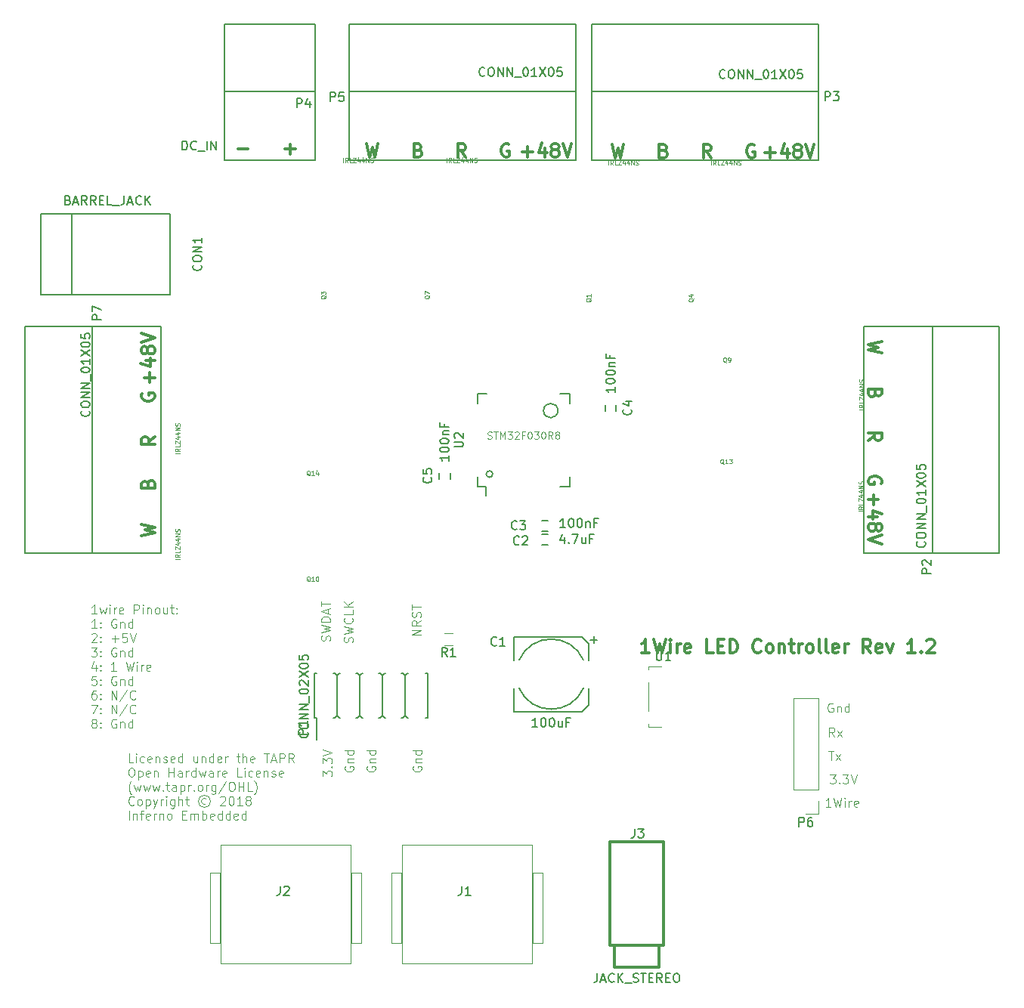
<source format=gto>
%TF.GenerationSoftware,KiCad,Pcbnew,(5.0.1)-3*%
%TF.CreationDate,2018-12-23T11:37:47+11:00*%
%TF.ProjectId,1Wire-LEDController,31576972652D4C4544436F6E74726F6C,1.2*%
%TF.SameCoordinates,Original*%
%TF.FileFunction,Legend,Top*%
%TF.FilePolarity,Positive*%
%FSLAX46Y46*%
G04 Gerber Fmt 4.6, Leading zero omitted, Abs format (unit mm)*
G04 Created by KiCad (PCBNEW (5.0.1)-3) date 23/12/2018 11:37:47 AM*
%MOMM*%
%LPD*%
G01*
G04 APERTURE LIST*
%ADD10C,0.150000*%
%ADD11C,0.300000*%
%ADD12C,0.100000*%
%ADD13C,0.310000*%
%ADD14C,0.120000*%
%ADD15C,0.304800*%
%ADD16C,0.125000*%
%ADD17C,0.198120*%
G04 APERTURE END LIST*
D10*
X184191219Y-100838000D02*
G75*
G03X184191219Y-100838000I-803219J0D01*
G01*
X176889210Y-107950000D02*
G75*
G03X176889210Y-107950000I-359210J0D01*
G01*
D11*
X180237142Y-71862142D02*
X181380000Y-71862142D01*
X180808571Y-72433571D02*
X180808571Y-71290714D01*
X182737142Y-71433571D02*
X182737142Y-72433571D01*
X182380000Y-70862142D02*
X182022857Y-71933571D01*
X182951428Y-71933571D01*
X183737142Y-71576428D02*
X183594285Y-71505000D01*
X183522857Y-71433571D01*
X183451428Y-71290714D01*
X183451428Y-71219285D01*
X183522857Y-71076428D01*
X183594285Y-71005000D01*
X183737142Y-70933571D01*
X184022857Y-70933571D01*
X184165714Y-71005000D01*
X184237142Y-71076428D01*
X184308571Y-71219285D01*
X184308571Y-71290714D01*
X184237142Y-71433571D01*
X184165714Y-71505000D01*
X184022857Y-71576428D01*
X183737142Y-71576428D01*
X183594285Y-71647857D01*
X183522857Y-71719285D01*
X183451428Y-71862142D01*
X183451428Y-72147857D01*
X183522857Y-72290714D01*
X183594285Y-72362142D01*
X183737142Y-72433571D01*
X184022857Y-72433571D01*
X184165714Y-72362142D01*
X184237142Y-72290714D01*
X184308571Y-72147857D01*
X184308571Y-71862142D01*
X184237142Y-71719285D01*
X184165714Y-71647857D01*
X184022857Y-71576428D01*
X184737142Y-70933571D02*
X185237142Y-72433571D01*
X185737142Y-70933571D01*
X162779285Y-70933571D02*
X163136428Y-72433571D01*
X163422142Y-71362142D01*
X163707857Y-72433571D01*
X164065000Y-70933571D01*
X168565000Y-71647857D02*
X168779285Y-71719285D01*
X168850714Y-71790714D01*
X168922142Y-71933571D01*
X168922142Y-72147857D01*
X168850714Y-72290714D01*
X168779285Y-72362142D01*
X168636428Y-72433571D01*
X168065000Y-72433571D01*
X168065000Y-70933571D01*
X168565000Y-70933571D01*
X168707857Y-71005000D01*
X168779285Y-71076428D01*
X168850714Y-71219285D01*
X168850714Y-71362142D01*
X168779285Y-71505000D01*
X168707857Y-71576428D01*
X168565000Y-71647857D01*
X168065000Y-71647857D01*
X173850714Y-72433571D02*
X173350714Y-71719285D01*
X172993571Y-72433571D02*
X172993571Y-70933571D01*
X173565000Y-70933571D01*
X173707857Y-71005000D01*
X173779285Y-71076428D01*
X173850714Y-71219285D01*
X173850714Y-71433571D01*
X173779285Y-71576428D01*
X173707857Y-71647857D01*
X173565000Y-71719285D01*
X172993571Y-71719285D01*
X178707857Y-71005000D02*
X178565000Y-70933571D01*
X178350714Y-70933571D01*
X178136428Y-71005000D01*
X177993571Y-71147857D01*
X177922142Y-71290714D01*
X177850714Y-71576428D01*
X177850714Y-71790714D01*
X177922142Y-72076428D01*
X177993571Y-72219285D01*
X178136428Y-72362142D01*
X178350714Y-72433571D01*
X178493571Y-72433571D01*
X178707857Y-72362142D01*
X178779285Y-72290714D01*
X178779285Y-71790714D01*
X178493571Y-71790714D01*
X138473642Y-97702357D02*
X138473642Y-96559500D01*
X139045071Y-97130928D02*
X137902214Y-97130928D01*
X138045071Y-95202357D02*
X139045071Y-95202357D01*
X137473642Y-95559500D02*
X138545071Y-95916642D01*
X138545071Y-94988071D01*
X138187928Y-94202357D02*
X138116500Y-94345214D01*
X138045071Y-94416642D01*
X137902214Y-94488071D01*
X137830785Y-94488071D01*
X137687928Y-94416642D01*
X137616500Y-94345214D01*
X137545071Y-94202357D01*
X137545071Y-93916642D01*
X137616500Y-93773785D01*
X137687928Y-93702357D01*
X137830785Y-93630928D01*
X137902214Y-93630928D01*
X138045071Y-93702357D01*
X138116500Y-93773785D01*
X138187928Y-93916642D01*
X138187928Y-94202357D01*
X138259357Y-94345214D01*
X138330785Y-94416642D01*
X138473642Y-94488071D01*
X138759357Y-94488071D01*
X138902214Y-94416642D01*
X138973642Y-94345214D01*
X139045071Y-94202357D01*
X139045071Y-93916642D01*
X138973642Y-93773785D01*
X138902214Y-93702357D01*
X138759357Y-93630928D01*
X138473642Y-93630928D01*
X138330785Y-93702357D01*
X138259357Y-93773785D01*
X138187928Y-93916642D01*
X137545071Y-93202357D02*
X139045071Y-92702357D01*
X137545071Y-92202357D01*
X137545071Y-114842714D02*
X139045071Y-114485571D01*
X137973642Y-114199857D01*
X139045071Y-113914142D01*
X137545071Y-113557000D01*
X138259357Y-109057000D02*
X138330785Y-108842714D01*
X138402214Y-108771285D01*
X138545071Y-108699857D01*
X138759357Y-108699857D01*
X138902214Y-108771285D01*
X138973642Y-108842714D01*
X139045071Y-108985571D01*
X139045071Y-109557000D01*
X137545071Y-109557000D01*
X137545071Y-109057000D01*
X137616500Y-108914142D01*
X137687928Y-108842714D01*
X137830785Y-108771285D01*
X137973642Y-108771285D01*
X138116500Y-108842714D01*
X138187928Y-108914142D01*
X138259357Y-109057000D01*
X138259357Y-109557000D01*
X139045071Y-103771285D02*
X138330785Y-104271285D01*
X139045071Y-104628428D02*
X137545071Y-104628428D01*
X137545071Y-104057000D01*
X137616500Y-103914142D01*
X137687928Y-103842714D01*
X137830785Y-103771285D01*
X138045071Y-103771285D01*
X138187928Y-103842714D01*
X138259357Y-103914142D01*
X138330785Y-104057000D01*
X138330785Y-104628428D01*
X137616500Y-98914142D02*
X137545071Y-99057000D01*
X137545071Y-99271285D01*
X137616500Y-99485571D01*
X137759357Y-99628428D01*
X137902214Y-99699857D01*
X138187928Y-99771285D01*
X138402214Y-99771285D01*
X138687928Y-99699857D01*
X138830785Y-99628428D01*
X138973642Y-99485571D01*
X139045071Y-99271285D01*
X139045071Y-99128428D01*
X138973642Y-98914142D01*
X138902214Y-98842714D01*
X138402214Y-98842714D01*
X138402214Y-99128428D01*
D12*
X214765095Y-145232380D02*
X214193666Y-145232380D01*
X214479380Y-145232380D02*
X214479380Y-144232380D01*
X214384142Y-144375238D01*
X214288904Y-144470476D01*
X214193666Y-144518095D01*
X215098428Y-144232380D02*
X215336523Y-145232380D01*
X215527000Y-144518095D01*
X215717476Y-145232380D01*
X215955571Y-144232380D01*
X216336523Y-145232380D02*
X216336523Y-144565714D01*
X216336523Y-144232380D02*
X216288904Y-144280000D01*
X216336523Y-144327619D01*
X216384142Y-144280000D01*
X216336523Y-144232380D01*
X216336523Y-144327619D01*
X216812714Y-145232380D02*
X216812714Y-144565714D01*
X216812714Y-144756190D02*
X216860333Y-144660952D01*
X216907952Y-144613333D01*
X217003190Y-144565714D01*
X217098428Y-144565714D01*
X217812714Y-145184761D02*
X217717476Y-145232380D01*
X217527000Y-145232380D01*
X217431761Y-145184761D01*
X217384142Y-145089523D01*
X217384142Y-144708571D01*
X217431761Y-144613333D01*
X217527000Y-144565714D01*
X217717476Y-144565714D01*
X217812714Y-144613333D01*
X217860333Y-144708571D01*
X217860333Y-144803809D01*
X217384142Y-144899047D01*
X132525904Y-123592380D02*
X131954476Y-123592380D01*
X132240190Y-123592380D02*
X132240190Y-122592380D01*
X132144952Y-122735238D01*
X132049714Y-122830476D01*
X131954476Y-122878095D01*
X132859238Y-122925714D02*
X133049714Y-123592380D01*
X133240190Y-123116190D01*
X133430666Y-123592380D01*
X133621142Y-122925714D01*
X134002095Y-123592380D02*
X134002095Y-122925714D01*
X134002095Y-122592380D02*
X133954476Y-122640000D01*
X134002095Y-122687619D01*
X134049714Y-122640000D01*
X134002095Y-122592380D01*
X134002095Y-122687619D01*
X134478285Y-123592380D02*
X134478285Y-122925714D01*
X134478285Y-123116190D02*
X134525904Y-123020952D01*
X134573523Y-122973333D01*
X134668761Y-122925714D01*
X134764000Y-122925714D01*
X135478285Y-123544761D02*
X135383047Y-123592380D01*
X135192571Y-123592380D01*
X135097333Y-123544761D01*
X135049714Y-123449523D01*
X135049714Y-123068571D01*
X135097333Y-122973333D01*
X135192571Y-122925714D01*
X135383047Y-122925714D01*
X135478285Y-122973333D01*
X135525904Y-123068571D01*
X135525904Y-123163809D01*
X135049714Y-123259047D01*
X136716380Y-123592380D02*
X136716380Y-122592380D01*
X137097333Y-122592380D01*
X137192571Y-122640000D01*
X137240190Y-122687619D01*
X137287809Y-122782857D01*
X137287809Y-122925714D01*
X137240190Y-123020952D01*
X137192571Y-123068571D01*
X137097333Y-123116190D01*
X136716380Y-123116190D01*
X137716380Y-123592380D02*
X137716380Y-122925714D01*
X137716380Y-122592380D02*
X137668761Y-122640000D01*
X137716380Y-122687619D01*
X137764000Y-122640000D01*
X137716380Y-122592380D01*
X137716380Y-122687619D01*
X138192571Y-122925714D02*
X138192571Y-123592380D01*
X138192571Y-123020952D02*
X138240190Y-122973333D01*
X138335428Y-122925714D01*
X138478285Y-122925714D01*
X138573523Y-122973333D01*
X138621142Y-123068571D01*
X138621142Y-123592380D01*
X139240190Y-123592380D02*
X139144952Y-123544761D01*
X139097333Y-123497142D01*
X139049714Y-123401904D01*
X139049714Y-123116190D01*
X139097333Y-123020952D01*
X139144952Y-122973333D01*
X139240190Y-122925714D01*
X139383047Y-122925714D01*
X139478285Y-122973333D01*
X139525904Y-123020952D01*
X139573523Y-123116190D01*
X139573523Y-123401904D01*
X139525904Y-123497142D01*
X139478285Y-123544761D01*
X139383047Y-123592380D01*
X139240190Y-123592380D01*
X140430666Y-122925714D02*
X140430666Y-123592380D01*
X140002095Y-122925714D02*
X140002095Y-123449523D01*
X140049714Y-123544761D01*
X140144952Y-123592380D01*
X140287809Y-123592380D01*
X140383047Y-123544761D01*
X140430666Y-123497142D01*
X140764000Y-122925714D02*
X141144952Y-122925714D01*
X140906857Y-122592380D02*
X140906857Y-123449523D01*
X140954476Y-123544761D01*
X141049714Y-123592380D01*
X141144952Y-123592380D01*
X141478285Y-123497142D02*
X141525904Y-123544761D01*
X141478285Y-123592380D01*
X141430666Y-123544761D01*
X141478285Y-123497142D01*
X141478285Y-123592380D01*
X141478285Y-122973333D02*
X141525904Y-123020952D01*
X141478285Y-123068571D01*
X141430666Y-123020952D01*
X141478285Y-122973333D01*
X141478285Y-123068571D01*
X132525904Y-125192380D02*
X131954476Y-125192380D01*
X132240190Y-125192380D02*
X132240190Y-124192380D01*
X132144952Y-124335238D01*
X132049714Y-124430476D01*
X131954476Y-124478095D01*
X132954476Y-125097142D02*
X133002095Y-125144761D01*
X132954476Y-125192380D01*
X132906857Y-125144761D01*
X132954476Y-125097142D01*
X132954476Y-125192380D01*
X132954476Y-124573333D02*
X133002095Y-124620952D01*
X132954476Y-124668571D01*
X132906857Y-124620952D01*
X132954476Y-124573333D01*
X132954476Y-124668571D01*
X134716380Y-124240000D02*
X134621142Y-124192380D01*
X134478285Y-124192380D01*
X134335428Y-124240000D01*
X134240190Y-124335238D01*
X134192571Y-124430476D01*
X134144952Y-124620952D01*
X134144952Y-124763809D01*
X134192571Y-124954285D01*
X134240190Y-125049523D01*
X134335428Y-125144761D01*
X134478285Y-125192380D01*
X134573523Y-125192380D01*
X134716380Y-125144761D01*
X134764000Y-125097142D01*
X134764000Y-124763809D01*
X134573523Y-124763809D01*
X135192571Y-124525714D02*
X135192571Y-125192380D01*
X135192571Y-124620952D02*
X135240190Y-124573333D01*
X135335428Y-124525714D01*
X135478285Y-124525714D01*
X135573523Y-124573333D01*
X135621142Y-124668571D01*
X135621142Y-125192380D01*
X136525904Y-125192380D02*
X136525904Y-124192380D01*
X136525904Y-125144761D02*
X136430666Y-125192380D01*
X136240190Y-125192380D01*
X136144952Y-125144761D01*
X136097333Y-125097142D01*
X136049714Y-125001904D01*
X136049714Y-124716190D01*
X136097333Y-124620952D01*
X136144952Y-124573333D01*
X136240190Y-124525714D01*
X136430666Y-124525714D01*
X136525904Y-124573333D01*
X131954476Y-125887619D02*
X132002095Y-125840000D01*
X132097333Y-125792380D01*
X132335428Y-125792380D01*
X132430666Y-125840000D01*
X132478285Y-125887619D01*
X132525904Y-125982857D01*
X132525904Y-126078095D01*
X132478285Y-126220952D01*
X131906857Y-126792380D01*
X132525904Y-126792380D01*
X132954476Y-126697142D02*
X133002095Y-126744761D01*
X132954476Y-126792380D01*
X132906857Y-126744761D01*
X132954476Y-126697142D01*
X132954476Y-126792380D01*
X132954476Y-126173333D02*
X133002095Y-126220952D01*
X132954476Y-126268571D01*
X132906857Y-126220952D01*
X132954476Y-126173333D01*
X132954476Y-126268571D01*
X134192571Y-126411428D02*
X134954476Y-126411428D01*
X134573523Y-126792380D02*
X134573523Y-126030476D01*
X135906857Y-125792380D02*
X135430666Y-125792380D01*
X135383047Y-126268571D01*
X135430666Y-126220952D01*
X135525904Y-126173333D01*
X135764000Y-126173333D01*
X135859238Y-126220952D01*
X135906857Y-126268571D01*
X135954476Y-126363809D01*
X135954476Y-126601904D01*
X135906857Y-126697142D01*
X135859238Y-126744761D01*
X135764000Y-126792380D01*
X135525904Y-126792380D01*
X135430666Y-126744761D01*
X135383047Y-126697142D01*
X136240190Y-125792380D02*
X136573523Y-126792380D01*
X136906857Y-125792380D01*
X131906857Y-127392380D02*
X132525904Y-127392380D01*
X132192571Y-127773333D01*
X132335428Y-127773333D01*
X132430666Y-127820952D01*
X132478285Y-127868571D01*
X132525904Y-127963809D01*
X132525904Y-128201904D01*
X132478285Y-128297142D01*
X132430666Y-128344761D01*
X132335428Y-128392380D01*
X132049714Y-128392380D01*
X131954476Y-128344761D01*
X131906857Y-128297142D01*
X132954476Y-128297142D02*
X133002095Y-128344761D01*
X132954476Y-128392380D01*
X132906857Y-128344761D01*
X132954476Y-128297142D01*
X132954476Y-128392380D01*
X132954476Y-127773333D02*
X133002095Y-127820952D01*
X132954476Y-127868571D01*
X132906857Y-127820952D01*
X132954476Y-127773333D01*
X132954476Y-127868571D01*
X134716380Y-127440000D02*
X134621142Y-127392380D01*
X134478285Y-127392380D01*
X134335428Y-127440000D01*
X134240190Y-127535238D01*
X134192571Y-127630476D01*
X134144952Y-127820952D01*
X134144952Y-127963809D01*
X134192571Y-128154285D01*
X134240190Y-128249523D01*
X134335428Y-128344761D01*
X134478285Y-128392380D01*
X134573523Y-128392380D01*
X134716380Y-128344761D01*
X134764000Y-128297142D01*
X134764000Y-127963809D01*
X134573523Y-127963809D01*
X135192571Y-127725714D02*
X135192571Y-128392380D01*
X135192571Y-127820952D02*
X135240190Y-127773333D01*
X135335428Y-127725714D01*
X135478285Y-127725714D01*
X135573523Y-127773333D01*
X135621142Y-127868571D01*
X135621142Y-128392380D01*
X136525904Y-128392380D02*
X136525904Y-127392380D01*
X136525904Y-128344761D02*
X136430666Y-128392380D01*
X136240190Y-128392380D01*
X136144952Y-128344761D01*
X136097333Y-128297142D01*
X136049714Y-128201904D01*
X136049714Y-127916190D01*
X136097333Y-127820952D01*
X136144952Y-127773333D01*
X136240190Y-127725714D01*
X136430666Y-127725714D01*
X136525904Y-127773333D01*
X132430666Y-129325714D02*
X132430666Y-129992380D01*
X132192571Y-128944761D02*
X131954476Y-129659047D01*
X132573523Y-129659047D01*
X132954476Y-129897142D02*
X133002095Y-129944761D01*
X132954476Y-129992380D01*
X132906857Y-129944761D01*
X132954476Y-129897142D01*
X132954476Y-129992380D01*
X132954476Y-129373333D02*
X133002095Y-129420952D01*
X132954476Y-129468571D01*
X132906857Y-129420952D01*
X132954476Y-129373333D01*
X132954476Y-129468571D01*
X134716380Y-129992380D02*
X134144952Y-129992380D01*
X134430666Y-129992380D02*
X134430666Y-128992380D01*
X134335428Y-129135238D01*
X134240190Y-129230476D01*
X134144952Y-129278095D01*
X135811619Y-128992380D02*
X136049714Y-129992380D01*
X136240190Y-129278095D01*
X136430666Y-129992380D01*
X136668761Y-128992380D01*
X137049714Y-129992380D02*
X137049714Y-129325714D01*
X137049714Y-128992380D02*
X137002095Y-129040000D01*
X137049714Y-129087619D01*
X137097333Y-129040000D01*
X137049714Y-128992380D01*
X137049714Y-129087619D01*
X137525904Y-129992380D02*
X137525904Y-129325714D01*
X137525904Y-129516190D02*
X137573523Y-129420952D01*
X137621142Y-129373333D01*
X137716380Y-129325714D01*
X137811619Y-129325714D01*
X138525904Y-129944761D02*
X138430666Y-129992380D01*
X138240190Y-129992380D01*
X138144952Y-129944761D01*
X138097333Y-129849523D01*
X138097333Y-129468571D01*
X138144952Y-129373333D01*
X138240190Y-129325714D01*
X138430666Y-129325714D01*
X138525904Y-129373333D01*
X138573523Y-129468571D01*
X138573523Y-129563809D01*
X138097333Y-129659047D01*
X132478285Y-130592380D02*
X132002095Y-130592380D01*
X131954476Y-131068571D01*
X132002095Y-131020952D01*
X132097333Y-130973333D01*
X132335428Y-130973333D01*
X132430666Y-131020952D01*
X132478285Y-131068571D01*
X132525904Y-131163809D01*
X132525904Y-131401904D01*
X132478285Y-131497142D01*
X132430666Y-131544761D01*
X132335428Y-131592380D01*
X132097333Y-131592380D01*
X132002095Y-131544761D01*
X131954476Y-131497142D01*
X132954476Y-131497142D02*
X133002095Y-131544761D01*
X132954476Y-131592380D01*
X132906857Y-131544761D01*
X132954476Y-131497142D01*
X132954476Y-131592380D01*
X132954476Y-130973333D02*
X133002095Y-131020952D01*
X132954476Y-131068571D01*
X132906857Y-131020952D01*
X132954476Y-130973333D01*
X132954476Y-131068571D01*
X134716380Y-130640000D02*
X134621142Y-130592380D01*
X134478285Y-130592380D01*
X134335428Y-130640000D01*
X134240190Y-130735238D01*
X134192571Y-130830476D01*
X134144952Y-131020952D01*
X134144952Y-131163809D01*
X134192571Y-131354285D01*
X134240190Y-131449523D01*
X134335428Y-131544761D01*
X134478285Y-131592380D01*
X134573523Y-131592380D01*
X134716380Y-131544761D01*
X134764000Y-131497142D01*
X134764000Y-131163809D01*
X134573523Y-131163809D01*
X135192571Y-130925714D02*
X135192571Y-131592380D01*
X135192571Y-131020952D02*
X135240190Y-130973333D01*
X135335428Y-130925714D01*
X135478285Y-130925714D01*
X135573523Y-130973333D01*
X135621142Y-131068571D01*
X135621142Y-131592380D01*
X136525904Y-131592380D02*
X136525904Y-130592380D01*
X136525904Y-131544761D02*
X136430666Y-131592380D01*
X136240190Y-131592380D01*
X136144952Y-131544761D01*
X136097333Y-131497142D01*
X136049714Y-131401904D01*
X136049714Y-131116190D01*
X136097333Y-131020952D01*
X136144952Y-130973333D01*
X136240190Y-130925714D01*
X136430666Y-130925714D01*
X136525904Y-130973333D01*
X132430666Y-132192380D02*
X132240190Y-132192380D01*
X132144952Y-132240000D01*
X132097333Y-132287619D01*
X132002095Y-132430476D01*
X131954476Y-132620952D01*
X131954476Y-133001904D01*
X132002095Y-133097142D01*
X132049714Y-133144761D01*
X132144952Y-133192380D01*
X132335428Y-133192380D01*
X132430666Y-133144761D01*
X132478285Y-133097142D01*
X132525904Y-133001904D01*
X132525904Y-132763809D01*
X132478285Y-132668571D01*
X132430666Y-132620952D01*
X132335428Y-132573333D01*
X132144952Y-132573333D01*
X132049714Y-132620952D01*
X132002095Y-132668571D01*
X131954476Y-132763809D01*
X132954476Y-133097142D02*
X133002095Y-133144761D01*
X132954476Y-133192380D01*
X132906857Y-133144761D01*
X132954476Y-133097142D01*
X132954476Y-133192380D01*
X132954476Y-132573333D02*
X133002095Y-132620952D01*
X132954476Y-132668571D01*
X132906857Y-132620952D01*
X132954476Y-132573333D01*
X132954476Y-132668571D01*
X134192571Y-133192380D02*
X134192571Y-132192380D01*
X134764000Y-133192380D01*
X134764000Y-132192380D01*
X135954476Y-132144761D02*
X135097333Y-133430476D01*
X136859238Y-133097142D02*
X136811619Y-133144761D01*
X136668761Y-133192380D01*
X136573523Y-133192380D01*
X136430666Y-133144761D01*
X136335428Y-133049523D01*
X136287809Y-132954285D01*
X136240190Y-132763809D01*
X136240190Y-132620952D01*
X136287809Y-132430476D01*
X136335428Y-132335238D01*
X136430666Y-132240000D01*
X136573523Y-132192380D01*
X136668761Y-132192380D01*
X136811619Y-132240000D01*
X136859238Y-132287619D01*
X131906857Y-133792380D02*
X132573523Y-133792380D01*
X132144952Y-134792380D01*
X132954476Y-134697142D02*
X133002095Y-134744761D01*
X132954476Y-134792380D01*
X132906857Y-134744761D01*
X132954476Y-134697142D01*
X132954476Y-134792380D01*
X132954476Y-134173333D02*
X133002095Y-134220952D01*
X132954476Y-134268571D01*
X132906857Y-134220952D01*
X132954476Y-134173333D01*
X132954476Y-134268571D01*
X134192571Y-134792380D02*
X134192571Y-133792380D01*
X134764000Y-134792380D01*
X134764000Y-133792380D01*
X135954476Y-133744761D02*
X135097333Y-135030476D01*
X136859238Y-134697142D02*
X136811619Y-134744761D01*
X136668761Y-134792380D01*
X136573523Y-134792380D01*
X136430666Y-134744761D01*
X136335428Y-134649523D01*
X136287809Y-134554285D01*
X136240190Y-134363809D01*
X136240190Y-134220952D01*
X136287809Y-134030476D01*
X136335428Y-133935238D01*
X136430666Y-133840000D01*
X136573523Y-133792380D01*
X136668761Y-133792380D01*
X136811619Y-133840000D01*
X136859238Y-133887619D01*
X132144952Y-135820952D02*
X132049714Y-135773333D01*
X132002095Y-135725714D01*
X131954476Y-135630476D01*
X131954476Y-135582857D01*
X132002095Y-135487619D01*
X132049714Y-135440000D01*
X132144952Y-135392380D01*
X132335428Y-135392380D01*
X132430666Y-135440000D01*
X132478285Y-135487619D01*
X132525904Y-135582857D01*
X132525904Y-135630476D01*
X132478285Y-135725714D01*
X132430666Y-135773333D01*
X132335428Y-135820952D01*
X132144952Y-135820952D01*
X132049714Y-135868571D01*
X132002095Y-135916190D01*
X131954476Y-136011428D01*
X131954476Y-136201904D01*
X132002095Y-136297142D01*
X132049714Y-136344761D01*
X132144952Y-136392380D01*
X132335428Y-136392380D01*
X132430666Y-136344761D01*
X132478285Y-136297142D01*
X132525904Y-136201904D01*
X132525904Y-136011428D01*
X132478285Y-135916190D01*
X132430666Y-135868571D01*
X132335428Y-135820952D01*
X132954476Y-136297142D02*
X133002095Y-136344761D01*
X132954476Y-136392380D01*
X132906857Y-136344761D01*
X132954476Y-136297142D01*
X132954476Y-136392380D01*
X132954476Y-135773333D02*
X133002095Y-135820952D01*
X132954476Y-135868571D01*
X132906857Y-135820952D01*
X132954476Y-135773333D01*
X132954476Y-135868571D01*
X134716380Y-135440000D02*
X134621142Y-135392380D01*
X134478285Y-135392380D01*
X134335428Y-135440000D01*
X134240190Y-135535238D01*
X134192571Y-135630476D01*
X134144952Y-135820952D01*
X134144952Y-135963809D01*
X134192571Y-136154285D01*
X134240190Y-136249523D01*
X134335428Y-136344761D01*
X134478285Y-136392380D01*
X134573523Y-136392380D01*
X134716380Y-136344761D01*
X134764000Y-136297142D01*
X134764000Y-135963809D01*
X134573523Y-135963809D01*
X135192571Y-135725714D02*
X135192571Y-136392380D01*
X135192571Y-135820952D02*
X135240190Y-135773333D01*
X135335428Y-135725714D01*
X135478285Y-135725714D01*
X135573523Y-135773333D01*
X135621142Y-135868571D01*
X135621142Y-136392380D01*
X136525904Y-136392380D02*
X136525904Y-135392380D01*
X136525904Y-136344761D02*
X136430666Y-136392380D01*
X136240190Y-136392380D01*
X136144952Y-136344761D01*
X136097333Y-136297142D01*
X136049714Y-136201904D01*
X136049714Y-135916190D01*
X136097333Y-135820952D01*
X136144952Y-135773333D01*
X136240190Y-135725714D01*
X136430666Y-135725714D01*
X136525904Y-135773333D01*
D13*
X194458785Y-127996071D02*
X193601642Y-127996071D01*
X194030214Y-127996071D02*
X194030214Y-126496071D01*
X193887357Y-126710357D01*
X193744500Y-126853214D01*
X193601642Y-126924642D01*
X194958785Y-126496071D02*
X195315928Y-127996071D01*
X195601642Y-126924642D01*
X195887357Y-127996071D01*
X196244500Y-126496071D01*
X196815928Y-127996071D02*
X196815928Y-126996071D01*
X196815928Y-126496071D02*
X196744500Y-126567500D01*
X196815928Y-126638928D01*
X196887357Y-126567500D01*
X196815928Y-126496071D01*
X196815928Y-126638928D01*
X197530214Y-127996071D02*
X197530214Y-126996071D01*
X197530214Y-127281785D02*
X197601642Y-127138928D01*
X197673071Y-127067500D01*
X197815928Y-126996071D01*
X197958785Y-126996071D01*
X199030214Y-127924642D02*
X198887357Y-127996071D01*
X198601642Y-127996071D01*
X198458785Y-127924642D01*
X198387357Y-127781785D01*
X198387357Y-127210357D01*
X198458785Y-127067500D01*
X198601642Y-126996071D01*
X198887357Y-126996071D01*
X199030214Y-127067500D01*
X199101642Y-127210357D01*
X199101642Y-127353214D01*
X198387357Y-127496071D01*
X201601642Y-127996071D02*
X200887357Y-127996071D01*
X200887357Y-126496071D01*
X202101642Y-127210357D02*
X202601642Y-127210357D01*
X202815928Y-127996071D02*
X202101642Y-127996071D01*
X202101642Y-126496071D01*
X202815928Y-126496071D01*
X203458785Y-127996071D02*
X203458785Y-126496071D01*
X203815928Y-126496071D01*
X204030214Y-126567500D01*
X204173071Y-126710357D01*
X204244500Y-126853214D01*
X204315928Y-127138928D01*
X204315928Y-127353214D01*
X204244500Y-127638928D01*
X204173071Y-127781785D01*
X204030214Y-127924642D01*
X203815928Y-127996071D01*
X203458785Y-127996071D01*
X206958785Y-127853214D02*
X206887357Y-127924642D01*
X206673071Y-127996071D01*
X206530214Y-127996071D01*
X206315928Y-127924642D01*
X206173071Y-127781785D01*
X206101642Y-127638928D01*
X206030214Y-127353214D01*
X206030214Y-127138928D01*
X206101642Y-126853214D01*
X206173071Y-126710357D01*
X206315928Y-126567500D01*
X206530214Y-126496071D01*
X206673071Y-126496071D01*
X206887357Y-126567500D01*
X206958785Y-126638928D01*
X207815928Y-127996071D02*
X207673071Y-127924642D01*
X207601642Y-127853214D01*
X207530214Y-127710357D01*
X207530214Y-127281785D01*
X207601642Y-127138928D01*
X207673071Y-127067500D01*
X207815928Y-126996071D01*
X208030214Y-126996071D01*
X208173071Y-127067500D01*
X208244500Y-127138928D01*
X208315928Y-127281785D01*
X208315928Y-127710357D01*
X208244500Y-127853214D01*
X208173071Y-127924642D01*
X208030214Y-127996071D01*
X207815928Y-127996071D01*
X208958785Y-126996071D02*
X208958785Y-127996071D01*
X208958785Y-127138928D02*
X209030214Y-127067500D01*
X209173071Y-126996071D01*
X209387357Y-126996071D01*
X209530214Y-127067500D01*
X209601642Y-127210357D01*
X209601642Y-127996071D01*
X210101642Y-126996071D02*
X210673071Y-126996071D01*
X210315928Y-126496071D02*
X210315928Y-127781785D01*
X210387357Y-127924642D01*
X210530214Y-127996071D01*
X210673071Y-127996071D01*
X211173071Y-127996071D02*
X211173071Y-126996071D01*
X211173071Y-127281785D02*
X211244500Y-127138928D01*
X211315928Y-127067500D01*
X211458785Y-126996071D01*
X211601642Y-126996071D01*
X212315928Y-127996071D02*
X212173071Y-127924642D01*
X212101642Y-127853214D01*
X212030214Y-127710357D01*
X212030214Y-127281785D01*
X212101642Y-127138928D01*
X212173071Y-127067500D01*
X212315928Y-126996071D01*
X212530214Y-126996071D01*
X212673071Y-127067500D01*
X212744500Y-127138928D01*
X212815928Y-127281785D01*
X212815928Y-127710357D01*
X212744500Y-127853214D01*
X212673071Y-127924642D01*
X212530214Y-127996071D01*
X212315928Y-127996071D01*
X213673071Y-127996071D02*
X213530214Y-127924642D01*
X213458785Y-127781785D01*
X213458785Y-126496071D01*
X214458785Y-127996071D02*
X214315928Y-127924642D01*
X214244500Y-127781785D01*
X214244500Y-126496071D01*
X215601642Y-127924642D02*
X215458785Y-127996071D01*
X215173071Y-127996071D01*
X215030214Y-127924642D01*
X214958785Y-127781785D01*
X214958785Y-127210357D01*
X215030214Y-127067500D01*
X215173071Y-126996071D01*
X215458785Y-126996071D01*
X215601642Y-127067500D01*
X215673071Y-127210357D01*
X215673071Y-127353214D01*
X214958785Y-127496071D01*
X216315928Y-127996071D02*
X216315928Y-126996071D01*
X216315928Y-127281785D02*
X216387357Y-127138928D01*
X216458785Y-127067500D01*
X216601642Y-126996071D01*
X216744500Y-126996071D01*
X219244500Y-127996071D02*
X218744500Y-127281785D01*
X218387357Y-127996071D02*
X218387357Y-126496071D01*
X218958785Y-126496071D01*
X219101642Y-126567500D01*
X219173071Y-126638928D01*
X219244500Y-126781785D01*
X219244500Y-126996071D01*
X219173071Y-127138928D01*
X219101642Y-127210357D01*
X218958785Y-127281785D01*
X218387357Y-127281785D01*
X220458785Y-127924642D02*
X220315928Y-127996071D01*
X220030214Y-127996071D01*
X219887357Y-127924642D01*
X219815928Y-127781785D01*
X219815928Y-127210357D01*
X219887357Y-127067500D01*
X220030214Y-126996071D01*
X220315928Y-126996071D01*
X220458785Y-127067500D01*
X220530214Y-127210357D01*
X220530214Y-127353214D01*
X219815928Y-127496071D01*
X221030214Y-126996071D02*
X221387357Y-127996071D01*
X221744500Y-126996071D01*
X224244500Y-127996071D02*
X223387357Y-127996071D01*
X223815928Y-127996071D02*
X223815928Y-126496071D01*
X223673071Y-126710357D01*
X223530214Y-126853214D01*
X223387357Y-126924642D01*
X224887357Y-127853214D02*
X224958785Y-127924642D01*
X224887357Y-127996071D01*
X224815928Y-127924642D01*
X224887357Y-127853214D01*
X224887357Y-127996071D01*
X225530214Y-126638928D02*
X225601642Y-126567500D01*
X225744500Y-126496071D01*
X226101642Y-126496071D01*
X226244500Y-126567500D01*
X226315928Y-126638928D01*
X226387357Y-126781785D01*
X226387357Y-126924642D01*
X226315928Y-127138928D01*
X225458785Y-127996071D01*
X226387357Y-127996071D01*
D12*
X136605785Y-140254380D02*
X136129595Y-140254380D01*
X136129595Y-139254380D01*
X136939119Y-140254380D02*
X136939119Y-139587714D01*
X136939119Y-139254380D02*
X136891500Y-139302000D01*
X136939119Y-139349619D01*
X136986738Y-139302000D01*
X136939119Y-139254380D01*
X136939119Y-139349619D01*
X137843880Y-140206761D02*
X137748642Y-140254380D01*
X137558166Y-140254380D01*
X137462928Y-140206761D01*
X137415309Y-140159142D01*
X137367690Y-140063904D01*
X137367690Y-139778190D01*
X137415309Y-139682952D01*
X137462928Y-139635333D01*
X137558166Y-139587714D01*
X137748642Y-139587714D01*
X137843880Y-139635333D01*
X138653404Y-140206761D02*
X138558166Y-140254380D01*
X138367690Y-140254380D01*
X138272452Y-140206761D01*
X138224833Y-140111523D01*
X138224833Y-139730571D01*
X138272452Y-139635333D01*
X138367690Y-139587714D01*
X138558166Y-139587714D01*
X138653404Y-139635333D01*
X138701023Y-139730571D01*
X138701023Y-139825809D01*
X138224833Y-139921047D01*
X139129595Y-139587714D02*
X139129595Y-140254380D01*
X139129595Y-139682952D02*
X139177214Y-139635333D01*
X139272452Y-139587714D01*
X139415309Y-139587714D01*
X139510547Y-139635333D01*
X139558166Y-139730571D01*
X139558166Y-140254380D01*
X139986738Y-140206761D02*
X140081976Y-140254380D01*
X140272452Y-140254380D01*
X140367690Y-140206761D01*
X140415309Y-140111523D01*
X140415309Y-140063904D01*
X140367690Y-139968666D01*
X140272452Y-139921047D01*
X140129595Y-139921047D01*
X140034357Y-139873428D01*
X139986738Y-139778190D01*
X139986738Y-139730571D01*
X140034357Y-139635333D01*
X140129595Y-139587714D01*
X140272452Y-139587714D01*
X140367690Y-139635333D01*
X141224833Y-140206761D02*
X141129595Y-140254380D01*
X140939119Y-140254380D01*
X140843880Y-140206761D01*
X140796261Y-140111523D01*
X140796261Y-139730571D01*
X140843880Y-139635333D01*
X140939119Y-139587714D01*
X141129595Y-139587714D01*
X141224833Y-139635333D01*
X141272452Y-139730571D01*
X141272452Y-139825809D01*
X140796261Y-139921047D01*
X142129595Y-140254380D02*
X142129595Y-139254380D01*
X142129595Y-140206761D02*
X142034357Y-140254380D01*
X141843880Y-140254380D01*
X141748642Y-140206761D01*
X141701023Y-140159142D01*
X141653404Y-140063904D01*
X141653404Y-139778190D01*
X141701023Y-139682952D01*
X141748642Y-139635333D01*
X141843880Y-139587714D01*
X142034357Y-139587714D01*
X142129595Y-139635333D01*
X143796261Y-139587714D02*
X143796261Y-140254380D01*
X143367690Y-139587714D02*
X143367690Y-140111523D01*
X143415309Y-140206761D01*
X143510547Y-140254380D01*
X143653404Y-140254380D01*
X143748642Y-140206761D01*
X143796261Y-140159142D01*
X144272452Y-139587714D02*
X144272452Y-140254380D01*
X144272452Y-139682952D02*
X144320071Y-139635333D01*
X144415309Y-139587714D01*
X144558166Y-139587714D01*
X144653404Y-139635333D01*
X144701023Y-139730571D01*
X144701023Y-140254380D01*
X145605785Y-140254380D02*
X145605785Y-139254380D01*
X145605785Y-140206761D02*
X145510547Y-140254380D01*
X145320071Y-140254380D01*
X145224833Y-140206761D01*
X145177214Y-140159142D01*
X145129595Y-140063904D01*
X145129595Y-139778190D01*
X145177214Y-139682952D01*
X145224833Y-139635333D01*
X145320071Y-139587714D01*
X145510547Y-139587714D01*
X145605785Y-139635333D01*
X146462928Y-140206761D02*
X146367690Y-140254380D01*
X146177214Y-140254380D01*
X146081976Y-140206761D01*
X146034357Y-140111523D01*
X146034357Y-139730571D01*
X146081976Y-139635333D01*
X146177214Y-139587714D01*
X146367690Y-139587714D01*
X146462928Y-139635333D01*
X146510547Y-139730571D01*
X146510547Y-139825809D01*
X146034357Y-139921047D01*
X146939119Y-140254380D02*
X146939119Y-139587714D01*
X146939119Y-139778190D02*
X146986738Y-139682952D01*
X147034357Y-139635333D01*
X147129595Y-139587714D01*
X147224833Y-139587714D01*
X148177214Y-139587714D02*
X148558166Y-139587714D01*
X148320071Y-139254380D02*
X148320071Y-140111523D01*
X148367690Y-140206761D01*
X148462928Y-140254380D01*
X148558166Y-140254380D01*
X148891500Y-140254380D02*
X148891500Y-139254380D01*
X149320071Y-140254380D02*
X149320071Y-139730571D01*
X149272452Y-139635333D01*
X149177214Y-139587714D01*
X149034357Y-139587714D01*
X148939119Y-139635333D01*
X148891500Y-139682952D01*
X150177214Y-140206761D02*
X150081976Y-140254380D01*
X149891500Y-140254380D01*
X149796261Y-140206761D01*
X149748642Y-140111523D01*
X149748642Y-139730571D01*
X149796261Y-139635333D01*
X149891500Y-139587714D01*
X150081976Y-139587714D01*
X150177214Y-139635333D01*
X150224833Y-139730571D01*
X150224833Y-139825809D01*
X149748642Y-139921047D01*
X151272452Y-139254380D02*
X151843880Y-139254380D01*
X151558166Y-140254380D02*
X151558166Y-139254380D01*
X152129595Y-139968666D02*
X152605785Y-139968666D01*
X152034357Y-140254380D02*
X152367690Y-139254380D01*
X152701023Y-140254380D01*
X153034357Y-140254380D02*
X153034357Y-139254380D01*
X153415309Y-139254380D01*
X153510547Y-139302000D01*
X153558166Y-139349619D01*
X153605785Y-139444857D01*
X153605785Y-139587714D01*
X153558166Y-139682952D01*
X153510547Y-139730571D01*
X153415309Y-139778190D01*
X153034357Y-139778190D01*
X154605785Y-140254380D02*
X154272452Y-139778190D01*
X154034357Y-140254380D02*
X154034357Y-139254380D01*
X154415309Y-139254380D01*
X154510547Y-139302000D01*
X154558166Y-139349619D01*
X154605785Y-139444857D01*
X154605785Y-139587714D01*
X154558166Y-139682952D01*
X154510547Y-139730571D01*
X154415309Y-139778190D01*
X154034357Y-139778190D01*
X136320071Y-140854380D02*
X136510547Y-140854380D01*
X136605785Y-140902000D01*
X136701023Y-140997238D01*
X136748642Y-141187714D01*
X136748642Y-141521047D01*
X136701023Y-141711523D01*
X136605785Y-141806761D01*
X136510547Y-141854380D01*
X136320071Y-141854380D01*
X136224833Y-141806761D01*
X136129595Y-141711523D01*
X136081976Y-141521047D01*
X136081976Y-141187714D01*
X136129595Y-140997238D01*
X136224833Y-140902000D01*
X136320071Y-140854380D01*
X137177214Y-141187714D02*
X137177214Y-142187714D01*
X137177214Y-141235333D02*
X137272452Y-141187714D01*
X137462928Y-141187714D01*
X137558166Y-141235333D01*
X137605785Y-141282952D01*
X137653404Y-141378190D01*
X137653404Y-141663904D01*
X137605785Y-141759142D01*
X137558166Y-141806761D01*
X137462928Y-141854380D01*
X137272452Y-141854380D01*
X137177214Y-141806761D01*
X138462928Y-141806761D02*
X138367690Y-141854380D01*
X138177214Y-141854380D01*
X138081976Y-141806761D01*
X138034357Y-141711523D01*
X138034357Y-141330571D01*
X138081976Y-141235333D01*
X138177214Y-141187714D01*
X138367690Y-141187714D01*
X138462928Y-141235333D01*
X138510547Y-141330571D01*
X138510547Y-141425809D01*
X138034357Y-141521047D01*
X138939119Y-141187714D02*
X138939119Y-141854380D01*
X138939119Y-141282952D02*
X138986738Y-141235333D01*
X139081976Y-141187714D01*
X139224833Y-141187714D01*
X139320071Y-141235333D01*
X139367690Y-141330571D01*
X139367690Y-141854380D01*
X140605785Y-141854380D02*
X140605785Y-140854380D01*
X140605785Y-141330571D02*
X141177214Y-141330571D01*
X141177214Y-141854380D02*
X141177214Y-140854380D01*
X142081976Y-141854380D02*
X142081976Y-141330571D01*
X142034357Y-141235333D01*
X141939119Y-141187714D01*
X141748642Y-141187714D01*
X141653404Y-141235333D01*
X142081976Y-141806761D02*
X141986738Y-141854380D01*
X141748642Y-141854380D01*
X141653404Y-141806761D01*
X141605785Y-141711523D01*
X141605785Y-141616285D01*
X141653404Y-141521047D01*
X141748642Y-141473428D01*
X141986738Y-141473428D01*
X142081976Y-141425809D01*
X142558166Y-141854380D02*
X142558166Y-141187714D01*
X142558166Y-141378190D02*
X142605785Y-141282952D01*
X142653404Y-141235333D01*
X142748642Y-141187714D01*
X142843880Y-141187714D01*
X143605785Y-141854380D02*
X143605785Y-140854380D01*
X143605785Y-141806761D02*
X143510547Y-141854380D01*
X143320071Y-141854380D01*
X143224833Y-141806761D01*
X143177214Y-141759142D01*
X143129595Y-141663904D01*
X143129595Y-141378190D01*
X143177214Y-141282952D01*
X143224833Y-141235333D01*
X143320071Y-141187714D01*
X143510547Y-141187714D01*
X143605785Y-141235333D01*
X143986738Y-141187714D02*
X144177214Y-141854380D01*
X144367690Y-141378190D01*
X144558166Y-141854380D01*
X144748642Y-141187714D01*
X145558166Y-141854380D02*
X145558166Y-141330571D01*
X145510547Y-141235333D01*
X145415309Y-141187714D01*
X145224833Y-141187714D01*
X145129595Y-141235333D01*
X145558166Y-141806761D02*
X145462928Y-141854380D01*
X145224833Y-141854380D01*
X145129595Y-141806761D01*
X145081976Y-141711523D01*
X145081976Y-141616285D01*
X145129595Y-141521047D01*
X145224833Y-141473428D01*
X145462928Y-141473428D01*
X145558166Y-141425809D01*
X146034357Y-141854380D02*
X146034357Y-141187714D01*
X146034357Y-141378190D02*
X146081976Y-141282952D01*
X146129595Y-141235333D01*
X146224833Y-141187714D01*
X146320071Y-141187714D01*
X147034357Y-141806761D02*
X146939119Y-141854380D01*
X146748642Y-141854380D01*
X146653404Y-141806761D01*
X146605785Y-141711523D01*
X146605785Y-141330571D01*
X146653404Y-141235333D01*
X146748642Y-141187714D01*
X146939119Y-141187714D01*
X147034357Y-141235333D01*
X147081976Y-141330571D01*
X147081976Y-141425809D01*
X146605785Y-141521047D01*
X148748642Y-141854380D02*
X148272452Y-141854380D01*
X148272452Y-140854380D01*
X149081976Y-141854380D02*
X149081976Y-141187714D01*
X149081976Y-140854380D02*
X149034357Y-140902000D01*
X149081976Y-140949619D01*
X149129595Y-140902000D01*
X149081976Y-140854380D01*
X149081976Y-140949619D01*
X149986738Y-141806761D02*
X149891500Y-141854380D01*
X149701023Y-141854380D01*
X149605785Y-141806761D01*
X149558166Y-141759142D01*
X149510547Y-141663904D01*
X149510547Y-141378190D01*
X149558166Y-141282952D01*
X149605785Y-141235333D01*
X149701023Y-141187714D01*
X149891500Y-141187714D01*
X149986738Y-141235333D01*
X150796261Y-141806761D02*
X150701023Y-141854380D01*
X150510547Y-141854380D01*
X150415309Y-141806761D01*
X150367690Y-141711523D01*
X150367690Y-141330571D01*
X150415309Y-141235333D01*
X150510547Y-141187714D01*
X150701023Y-141187714D01*
X150796261Y-141235333D01*
X150843880Y-141330571D01*
X150843880Y-141425809D01*
X150367690Y-141521047D01*
X151272452Y-141187714D02*
X151272452Y-141854380D01*
X151272452Y-141282952D02*
X151320071Y-141235333D01*
X151415309Y-141187714D01*
X151558166Y-141187714D01*
X151653404Y-141235333D01*
X151701023Y-141330571D01*
X151701023Y-141854380D01*
X152129595Y-141806761D02*
X152224833Y-141854380D01*
X152415309Y-141854380D01*
X152510547Y-141806761D01*
X152558166Y-141711523D01*
X152558166Y-141663904D01*
X152510547Y-141568666D01*
X152415309Y-141521047D01*
X152272452Y-141521047D01*
X152177214Y-141473428D01*
X152129595Y-141378190D01*
X152129595Y-141330571D01*
X152177214Y-141235333D01*
X152272452Y-141187714D01*
X152415309Y-141187714D01*
X152510547Y-141235333D01*
X153367690Y-141806761D02*
X153272452Y-141854380D01*
X153081976Y-141854380D01*
X152986738Y-141806761D01*
X152939119Y-141711523D01*
X152939119Y-141330571D01*
X152986738Y-141235333D01*
X153081976Y-141187714D01*
X153272452Y-141187714D01*
X153367690Y-141235333D01*
X153415309Y-141330571D01*
X153415309Y-141425809D01*
X152939119Y-141521047D01*
X136415309Y-143835333D02*
X136367690Y-143787714D01*
X136272452Y-143644857D01*
X136224833Y-143549619D01*
X136177214Y-143406761D01*
X136129595Y-143168666D01*
X136129595Y-142978190D01*
X136177214Y-142740095D01*
X136224833Y-142597238D01*
X136272452Y-142502000D01*
X136367690Y-142359142D01*
X136415309Y-142311523D01*
X136701023Y-142787714D02*
X136891500Y-143454380D01*
X137081976Y-142978190D01*
X137272452Y-143454380D01*
X137462928Y-142787714D01*
X137748642Y-142787714D02*
X137939119Y-143454380D01*
X138129595Y-142978190D01*
X138320071Y-143454380D01*
X138510547Y-142787714D01*
X138796261Y-142787714D02*
X138986738Y-143454380D01*
X139177214Y-142978190D01*
X139367690Y-143454380D01*
X139558166Y-142787714D01*
X139939119Y-143359142D02*
X139986738Y-143406761D01*
X139939119Y-143454380D01*
X139891500Y-143406761D01*
X139939119Y-143359142D01*
X139939119Y-143454380D01*
X140272452Y-142787714D02*
X140653404Y-142787714D01*
X140415309Y-142454380D02*
X140415309Y-143311523D01*
X140462928Y-143406761D01*
X140558166Y-143454380D01*
X140653404Y-143454380D01*
X141415309Y-143454380D02*
X141415309Y-142930571D01*
X141367690Y-142835333D01*
X141272452Y-142787714D01*
X141081976Y-142787714D01*
X140986738Y-142835333D01*
X141415309Y-143406761D02*
X141320071Y-143454380D01*
X141081976Y-143454380D01*
X140986738Y-143406761D01*
X140939119Y-143311523D01*
X140939119Y-143216285D01*
X140986738Y-143121047D01*
X141081976Y-143073428D01*
X141320071Y-143073428D01*
X141415309Y-143025809D01*
X141891500Y-142787714D02*
X141891500Y-143787714D01*
X141891500Y-142835333D02*
X141986738Y-142787714D01*
X142177214Y-142787714D01*
X142272452Y-142835333D01*
X142320071Y-142882952D01*
X142367690Y-142978190D01*
X142367690Y-143263904D01*
X142320071Y-143359142D01*
X142272452Y-143406761D01*
X142177214Y-143454380D01*
X141986738Y-143454380D01*
X141891500Y-143406761D01*
X142796261Y-143454380D02*
X142796261Y-142787714D01*
X142796261Y-142978190D02*
X142843880Y-142882952D01*
X142891500Y-142835333D01*
X142986738Y-142787714D01*
X143081976Y-142787714D01*
X143415309Y-143359142D02*
X143462928Y-143406761D01*
X143415309Y-143454380D01*
X143367690Y-143406761D01*
X143415309Y-143359142D01*
X143415309Y-143454380D01*
X144034357Y-143454380D02*
X143939119Y-143406761D01*
X143891500Y-143359142D01*
X143843880Y-143263904D01*
X143843880Y-142978190D01*
X143891500Y-142882952D01*
X143939119Y-142835333D01*
X144034357Y-142787714D01*
X144177214Y-142787714D01*
X144272452Y-142835333D01*
X144320071Y-142882952D01*
X144367690Y-142978190D01*
X144367690Y-143263904D01*
X144320071Y-143359142D01*
X144272452Y-143406761D01*
X144177214Y-143454380D01*
X144034357Y-143454380D01*
X144796261Y-143454380D02*
X144796261Y-142787714D01*
X144796261Y-142978190D02*
X144843880Y-142882952D01*
X144891500Y-142835333D01*
X144986738Y-142787714D01*
X145081976Y-142787714D01*
X145843880Y-142787714D02*
X145843880Y-143597238D01*
X145796261Y-143692476D01*
X145748642Y-143740095D01*
X145653404Y-143787714D01*
X145510547Y-143787714D01*
X145415309Y-143740095D01*
X145843880Y-143406761D02*
X145748642Y-143454380D01*
X145558166Y-143454380D01*
X145462928Y-143406761D01*
X145415309Y-143359142D01*
X145367690Y-143263904D01*
X145367690Y-142978190D01*
X145415309Y-142882952D01*
X145462928Y-142835333D01*
X145558166Y-142787714D01*
X145748642Y-142787714D01*
X145843880Y-142835333D01*
X147034357Y-142406761D02*
X146177214Y-143692476D01*
X147558166Y-142454380D02*
X147748642Y-142454380D01*
X147843880Y-142502000D01*
X147939119Y-142597238D01*
X147986738Y-142787714D01*
X147986738Y-143121047D01*
X147939119Y-143311523D01*
X147843880Y-143406761D01*
X147748642Y-143454380D01*
X147558166Y-143454380D01*
X147462928Y-143406761D01*
X147367690Y-143311523D01*
X147320071Y-143121047D01*
X147320071Y-142787714D01*
X147367690Y-142597238D01*
X147462928Y-142502000D01*
X147558166Y-142454380D01*
X148415309Y-143454380D02*
X148415309Y-142454380D01*
X148415309Y-142930571D02*
X148986738Y-142930571D01*
X148986738Y-143454380D02*
X148986738Y-142454380D01*
X149939119Y-143454380D02*
X149462928Y-143454380D01*
X149462928Y-142454380D01*
X150177214Y-143835333D02*
X150224833Y-143787714D01*
X150320071Y-143644857D01*
X150367690Y-143549619D01*
X150415309Y-143406761D01*
X150462928Y-143168666D01*
X150462928Y-142978190D01*
X150415309Y-142740095D01*
X150367690Y-142597238D01*
X150320071Y-142502000D01*
X150224833Y-142359142D01*
X150177214Y-142311523D01*
X136701023Y-144959142D02*
X136653404Y-145006761D01*
X136510547Y-145054380D01*
X136415309Y-145054380D01*
X136272452Y-145006761D01*
X136177214Y-144911523D01*
X136129595Y-144816285D01*
X136081976Y-144625809D01*
X136081976Y-144482952D01*
X136129595Y-144292476D01*
X136177214Y-144197238D01*
X136272452Y-144102000D01*
X136415309Y-144054380D01*
X136510547Y-144054380D01*
X136653404Y-144102000D01*
X136701023Y-144149619D01*
X137272452Y-145054380D02*
X137177214Y-145006761D01*
X137129595Y-144959142D01*
X137081976Y-144863904D01*
X137081976Y-144578190D01*
X137129595Y-144482952D01*
X137177214Y-144435333D01*
X137272452Y-144387714D01*
X137415309Y-144387714D01*
X137510547Y-144435333D01*
X137558166Y-144482952D01*
X137605785Y-144578190D01*
X137605785Y-144863904D01*
X137558166Y-144959142D01*
X137510547Y-145006761D01*
X137415309Y-145054380D01*
X137272452Y-145054380D01*
X138034357Y-144387714D02*
X138034357Y-145387714D01*
X138034357Y-144435333D02*
X138129595Y-144387714D01*
X138320071Y-144387714D01*
X138415309Y-144435333D01*
X138462928Y-144482952D01*
X138510547Y-144578190D01*
X138510547Y-144863904D01*
X138462928Y-144959142D01*
X138415309Y-145006761D01*
X138320071Y-145054380D01*
X138129595Y-145054380D01*
X138034357Y-145006761D01*
X138843880Y-144387714D02*
X139081976Y-145054380D01*
X139320071Y-144387714D02*
X139081976Y-145054380D01*
X138986738Y-145292476D01*
X138939119Y-145340095D01*
X138843880Y-145387714D01*
X139701023Y-145054380D02*
X139701023Y-144387714D01*
X139701023Y-144578190D02*
X139748642Y-144482952D01*
X139796261Y-144435333D01*
X139891500Y-144387714D01*
X139986738Y-144387714D01*
X140320071Y-145054380D02*
X140320071Y-144387714D01*
X140320071Y-144054380D02*
X140272452Y-144102000D01*
X140320071Y-144149619D01*
X140367690Y-144102000D01*
X140320071Y-144054380D01*
X140320071Y-144149619D01*
X141224833Y-144387714D02*
X141224833Y-145197238D01*
X141177214Y-145292476D01*
X141129595Y-145340095D01*
X141034357Y-145387714D01*
X140891500Y-145387714D01*
X140796261Y-145340095D01*
X141224833Y-145006761D02*
X141129595Y-145054380D01*
X140939119Y-145054380D01*
X140843880Y-145006761D01*
X140796261Y-144959142D01*
X140748642Y-144863904D01*
X140748642Y-144578190D01*
X140796261Y-144482952D01*
X140843880Y-144435333D01*
X140939119Y-144387714D01*
X141129595Y-144387714D01*
X141224833Y-144435333D01*
X141701023Y-145054380D02*
X141701023Y-144054380D01*
X142129595Y-145054380D02*
X142129595Y-144530571D01*
X142081976Y-144435333D01*
X141986738Y-144387714D01*
X141843880Y-144387714D01*
X141748642Y-144435333D01*
X141701023Y-144482952D01*
X142462928Y-144387714D02*
X142843880Y-144387714D01*
X142605785Y-144054380D02*
X142605785Y-144911523D01*
X142653404Y-145006761D01*
X142748642Y-145054380D01*
X142843880Y-145054380D01*
X144748642Y-144292476D02*
X144653404Y-144244857D01*
X144462928Y-144244857D01*
X144367690Y-144292476D01*
X144272452Y-144387714D01*
X144224833Y-144482952D01*
X144224833Y-144673428D01*
X144272452Y-144768666D01*
X144367690Y-144863904D01*
X144462928Y-144911523D01*
X144653404Y-144911523D01*
X144748642Y-144863904D01*
X144558166Y-143911523D02*
X144320071Y-143959142D01*
X144081976Y-144102000D01*
X143939119Y-144340095D01*
X143891500Y-144578190D01*
X143939119Y-144816285D01*
X144081976Y-145054380D01*
X144320071Y-145197238D01*
X144558166Y-145244857D01*
X144796261Y-145197238D01*
X145034357Y-145054380D01*
X145177214Y-144816285D01*
X145224833Y-144578190D01*
X145177214Y-144340095D01*
X145034357Y-144102000D01*
X144796261Y-143959142D01*
X144558166Y-143911523D01*
X146367690Y-144149619D02*
X146415309Y-144102000D01*
X146510547Y-144054380D01*
X146748642Y-144054380D01*
X146843880Y-144102000D01*
X146891500Y-144149619D01*
X146939119Y-144244857D01*
X146939119Y-144340095D01*
X146891500Y-144482952D01*
X146320071Y-145054380D01*
X146939119Y-145054380D01*
X147558166Y-144054380D02*
X147653404Y-144054380D01*
X147748642Y-144102000D01*
X147796261Y-144149619D01*
X147843880Y-144244857D01*
X147891500Y-144435333D01*
X147891500Y-144673428D01*
X147843880Y-144863904D01*
X147796261Y-144959142D01*
X147748642Y-145006761D01*
X147653404Y-145054380D01*
X147558166Y-145054380D01*
X147462928Y-145006761D01*
X147415309Y-144959142D01*
X147367690Y-144863904D01*
X147320071Y-144673428D01*
X147320071Y-144435333D01*
X147367690Y-144244857D01*
X147415309Y-144149619D01*
X147462928Y-144102000D01*
X147558166Y-144054380D01*
X148843880Y-145054380D02*
X148272452Y-145054380D01*
X148558166Y-145054380D02*
X148558166Y-144054380D01*
X148462928Y-144197238D01*
X148367690Y-144292476D01*
X148272452Y-144340095D01*
X149415309Y-144482952D02*
X149320071Y-144435333D01*
X149272452Y-144387714D01*
X149224833Y-144292476D01*
X149224833Y-144244857D01*
X149272452Y-144149619D01*
X149320071Y-144102000D01*
X149415309Y-144054380D01*
X149605785Y-144054380D01*
X149701023Y-144102000D01*
X149748642Y-144149619D01*
X149796261Y-144244857D01*
X149796261Y-144292476D01*
X149748642Y-144387714D01*
X149701023Y-144435333D01*
X149605785Y-144482952D01*
X149415309Y-144482952D01*
X149320071Y-144530571D01*
X149272452Y-144578190D01*
X149224833Y-144673428D01*
X149224833Y-144863904D01*
X149272452Y-144959142D01*
X149320071Y-145006761D01*
X149415309Y-145054380D01*
X149605785Y-145054380D01*
X149701023Y-145006761D01*
X149748642Y-144959142D01*
X149796261Y-144863904D01*
X149796261Y-144673428D01*
X149748642Y-144578190D01*
X149701023Y-144530571D01*
X149605785Y-144482952D01*
X136129595Y-146654380D02*
X136129595Y-145654380D01*
X136605785Y-145987714D02*
X136605785Y-146654380D01*
X136605785Y-146082952D02*
X136653404Y-146035333D01*
X136748642Y-145987714D01*
X136891500Y-145987714D01*
X136986738Y-146035333D01*
X137034357Y-146130571D01*
X137034357Y-146654380D01*
X137367690Y-145987714D02*
X137748642Y-145987714D01*
X137510547Y-146654380D02*
X137510547Y-145797238D01*
X137558166Y-145702000D01*
X137653404Y-145654380D01*
X137748642Y-145654380D01*
X138462928Y-146606761D02*
X138367690Y-146654380D01*
X138177214Y-146654380D01*
X138081976Y-146606761D01*
X138034357Y-146511523D01*
X138034357Y-146130571D01*
X138081976Y-146035333D01*
X138177214Y-145987714D01*
X138367690Y-145987714D01*
X138462928Y-146035333D01*
X138510547Y-146130571D01*
X138510547Y-146225809D01*
X138034357Y-146321047D01*
X138939119Y-146654380D02*
X138939119Y-145987714D01*
X138939119Y-146178190D02*
X138986738Y-146082952D01*
X139034357Y-146035333D01*
X139129595Y-145987714D01*
X139224833Y-145987714D01*
X139558166Y-145987714D02*
X139558166Y-146654380D01*
X139558166Y-146082952D02*
X139605785Y-146035333D01*
X139701023Y-145987714D01*
X139843880Y-145987714D01*
X139939119Y-146035333D01*
X139986738Y-146130571D01*
X139986738Y-146654380D01*
X140605785Y-146654380D02*
X140510547Y-146606761D01*
X140462928Y-146559142D01*
X140415309Y-146463904D01*
X140415309Y-146178190D01*
X140462928Y-146082952D01*
X140510547Y-146035333D01*
X140605785Y-145987714D01*
X140748642Y-145987714D01*
X140843880Y-146035333D01*
X140891500Y-146082952D01*
X140939119Y-146178190D01*
X140939119Y-146463904D01*
X140891500Y-146559142D01*
X140843880Y-146606761D01*
X140748642Y-146654380D01*
X140605785Y-146654380D01*
X142129595Y-146130571D02*
X142462928Y-146130571D01*
X142605785Y-146654380D02*
X142129595Y-146654380D01*
X142129595Y-145654380D01*
X142605785Y-145654380D01*
X143034357Y-146654380D02*
X143034357Y-145987714D01*
X143034357Y-146082952D02*
X143081976Y-146035333D01*
X143177214Y-145987714D01*
X143320071Y-145987714D01*
X143415309Y-146035333D01*
X143462928Y-146130571D01*
X143462928Y-146654380D01*
X143462928Y-146130571D02*
X143510547Y-146035333D01*
X143605785Y-145987714D01*
X143748642Y-145987714D01*
X143843880Y-146035333D01*
X143891500Y-146130571D01*
X143891500Y-146654380D01*
X144367690Y-146654380D02*
X144367690Y-145654380D01*
X144367690Y-146035333D02*
X144462928Y-145987714D01*
X144653404Y-145987714D01*
X144748642Y-146035333D01*
X144796261Y-146082952D01*
X144843880Y-146178190D01*
X144843880Y-146463904D01*
X144796261Y-146559142D01*
X144748642Y-146606761D01*
X144653404Y-146654380D01*
X144462928Y-146654380D01*
X144367690Y-146606761D01*
X145653404Y-146606761D02*
X145558166Y-146654380D01*
X145367690Y-146654380D01*
X145272452Y-146606761D01*
X145224833Y-146511523D01*
X145224833Y-146130571D01*
X145272452Y-146035333D01*
X145367690Y-145987714D01*
X145558166Y-145987714D01*
X145653404Y-146035333D01*
X145701023Y-146130571D01*
X145701023Y-146225809D01*
X145224833Y-146321047D01*
X146558166Y-146654380D02*
X146558166Y-145654380D01*
X146558166Y-146606761D02*
X146462928Y-146654380D01*
X146272452Y-146654380D01*
X146177214Y-146606761D01*
X146129595Y-146559142D01*
X146081976Y-146463904D01*
X146081976Y-146178190D01*
X146129595Y-146082952D01*
X146177214Y-146035333D01*
X146272452Y-145987714D01*
X146462928Y-145987714D01*
X146558166Y-146035333D01*
X147462928Y-146654380D02*
X147462928Y-145654380D01*
X147462928Y-146606761D02*
X147367690Y-146654380D01*
X147177214Y-146654380D01*
X147081976Y-146606761D01*
X147034357Y-146559142D01*
X146986738Y-146463904D01*
X146986738Y-146178190D01*
X147034357Y-146082952D01*
X147081976Y-146035333D01*
X147177214Y-145987714D01*
X147367690Y-145987714D01*
X147462928Y-146035333D01*
X148320071Y-146606761D02*
X148224833Y-146654380D01*
X148034357Y-146654380D01*
X147939119Y-146606761D01*
X147891500Y-146511523D01*
X147891500Y-146130571D01*
X147939119Y-146035333D01*
X148034357Y-145987714D01*
X148224833Y-145987714D01*
X148320071Y-146035333D01*
X148367690Y-146130571D01*
X148367690Y-146225809D01*
X147891500Y-146321047D01*
X149224833Y-146654380D02*
X149224833Y-145654380D01*
X149224833Y-146606761D02*
X149129595Y-146654380D01*
X148939119Y-146654380D01*
X148843880Y-146606761D01*
X148796261Y-146559142D01*
X148748642Y-146463904D01*
X148748642Y-146178190D01*
X148796261Y-146082952D01*
X148843880Y-146035333D01*
X148939119Y-145987714D01*
X149129595Y-145987714D01*
X149224833Y-146035333D01*
X215169761Y-137358380D02*
X214836428Y-136882190D01*
X214598333Y-137358380D02*
X214598333Y-136358380D01*
X214979285Y-136358380D01*
X215074523Y-136406000D01*
X215122142Y-136453619D01*
X215169761Y-136548857D01*
X215169761Y-136691714D01*
X215122142Y-136786952D01*
X215074523Y-136834571D01*
X214979285Y-136882190D01*
X214598333Y-136882190D01*
X215503095Y-137358380D02*
X216026904Y-136691714D01*
X215503095Y-136691714D02*
X216026904Y-137358380D01*
X214511023Y-139025380D02*
X215082452Y-139025380D01*
X214796738Y-140025380D02*
X214796738Y-139025380D01*
X215320547Y-140025380D02*
X215844357Y-139358714D01*
X215320547Y-139358714D02*
X215844357Y-140025380D01*
X215003142Y-133675500D02*
X214907904Y-133627880D01*
X214765047Y-133627880D01*
X214622190Y-133675500D01*
X214526952Y-133770738D01*
X214479333Y-133865976D01*
X214431714Y-134056452D01*
X214431714Y-134199309D01*
X214479333Y-134389785D01*
X214526952Y-134485023D01*
X214622190Y-134580261D01*
X214765047Y-134627880D01*
X214860285Y-134627880D01*
X215003142Y-134580261D01*
X215050761Y-134532642D01*
X215050761Y-134199309D01*
X214860285Y-134199309D01*
X215479333Y-133961214D02*
X215479333Y-134627880D01*
X215479333Y-134056452D02*
X215526952Y-134008833D01*
X215622190Y-133961214D01*
X215765047Y-133961214D01*
X215860285Y-134008833D01*
X215907904Y-134104071D01*
X215907904Y-134627880D01*
X216812666Y-134627880D02*
X216812666Y-133627880D01*
X216812666Y-134580261D02*
X216717428Y-134627880D01*
X216526952Y-134627880D01*
X216431714Y-134580261D01*
X216384095Y-134532642D01*
X216336476Y-134437404D01*
X216336476Y-134151690D01*
X216384095Y-134056452D01*
X216431714Y-134008833D01*
X216526952Y-133961214D01*
X216717428Y-133961214D01*
X216812666Y-134008833D01*
X214677809Y-141628880D02*
X215296857Y-141628880D01*
X214963523Y-142009833D01*
X215106380Y-142009833D01*
X215201619Y-142057452D01*
X215249238Y-142105071D01*
X215296857Y-142200309D01*
X215296857Y-142438404D01*
X215249238Y-142533642D01*
X215201619Y-142581261D01*
X215106380Y-142628880D01*
X214820666Y-142628880D01*
X214725428Y-142581261D01*
X214677809Y-142533642D01*
X215725428Y-142533642D02*
X215773047Y-142581261D01*
X215725428Y-142628880D01*
X215677809Y-142581261D01*
X215725428Y-142533642D01*
X215725428Y-142628880D01*
X216106380Y-141628880D02*
X216725428Y-141628880D01*
X216392095Y-142009833D01*
X216534952Y-142009833D01*
X216630190Y-142057452D01*
X216677809Y-142105071D01*
X216725428Y-142200309D01*
X216725428Y-142438404D01*
X216677809Y-142533642D01*
X216630190Y-142581261D01*
X216534952Y-142628880D01*
X216249238Y-142628880D01*
X216154000Y-142581261D01*
X216106380Y-142533642D01*
X217011142Y-141628880D02*
X217344476Y-142628880D01*
X217677809Y-141628880D01*
X168854380Y-125975857D02*
X167854380Y-125975857D01*
X168854380Y-125404428D01*
X167854380Y-125404428D01*
X168854380Y-124356809D02*
X168378190Y-124690142D01*
X168854380Y-124928238D02*
X167854380Y-124928238D01*
X167854380Y-124547285D01*
X167902000Y-124452047D01*
X167949619Y-124404428D01*
X168044857Y-124356809D01*
X168187714Y-124356809D01*
X168282952Y-124404428D01*
X168330571Y-124452047D01*
X168378190Y-124547285D01*
X168378190Y-124928238D01*
X168806761Y-123975857D02*
X168854380Y-123833000D01*
X168854380Y-123594904D01*
X168806761Y-123499666D01*
X168759142Y-123452047D01*
X168663904Y-123404428D01*
X168568666Y-123404428D01*
X168473428Y-123452047D01*
X168425809Y-123499666D01*
X168378190Y-123594904D01*
X168330571Y-123785380D01*
X168282952Y-123880619D01*
X168235333Y-123928238D01*
X168140095Y-123975857D01*
X168044857Y-123975857D01*
X167949619Y-123928238D01*
X167902000Y-123880619D01*
X167854380Y-123785380D01*
X167854380Y-123547285D01*
X167902000Y-123404428D01*
X167854380Y-123118714D02*
X167854380Y-122547285D01*
X168854380Y-122833000D02*
X167854380Y-122833000D01*
X161186761Y-126785404D02*
X161234380Y-126642547D01*
X161234380Y-126404452D01*
X161186761Y-126309214D01*
X161139142Y-126261595D01*
X161043904Y-126213976D01*
X160948666Y-126213976D01*
X160853428Y-126261595D01*
X160805809Y-126309214D01*
X160758190Y-126404452D01*
X160710571Y-126594928D01*
X160662952Y-126690166D01*
X160615333Y-126737785D01*
X160520095Y-126785404D01*
X160424857Y-126785404D01*
X160329619Y-126737785D01*
X160282000Y-126690166D01*
X160234380Y-126594928D01*
X160234380Y-126356833D01*
X160282000Y-126213976D01*
X160234380Y-125880642D02*
X161234380Y-125642547D01*
X160520095Y-125452071D01*
X161234380Y-125261595D01*
X160234380Y-125023500D01*
X161139142Y-124071119D02*
X161186761Y-124118738D01*
X161234380Y-124261595D01*
X161234380Y-124356833D01*
X161186761Y-124499690D01*
X161091523Y-124594928D01*
X160996285Y-124642547D01*
X160805809Y-124690166D01*
X160662952Y-124690166D01*
X160472476Y-124642547D01*
X160377238Y-124594928D01*
X160282000Y-124499690D01*
X160234380Y-124356833D01*
X160234380Y-124261595D01*
X160282000Y-124118738D01*
X160329619Y-124071119D01*
X161234380Y-123166357D02*
X161234380Y-123642547D01*
X160234380Y-123642547D01*
X161234380Y-122833023D02*
X160234380Y-122833023D01*
X161234380Y-122261595D02*
X160662952Y-122690166D01*
X160234380Y-122261595D02*
X160805809Y-122833023D01*
X158646761Y-126626666D02*
X158694380Y-126483809D01*
X158694380Y-126245714D01*
X158646761Y-126150476D01*
X158599142Y-126102857D01*
X158503904Y-126055238D01*
X158408666Y-126055238D01*
X158313428Y-126102857D01*
X158265809Y-126150476D01*
X158218190Y-126245714D01*
X158170571Y-126436190D01*
X158122952Y-126531428D01*
X158075333Y-126579047D01*
X157980095Y-126626666D01*
X157884857Y-126626666D01*
X157789619Y-126579047D01*
X157742000Y-126531428D01*
X157694380Y-126436190D01*
X157694380Y-126198095D01*
X157742000Y-126055238D01*
X157694380Y-125721904D02*
X158694380Y-125483809D01*
X157980095Y-125293333D01*
X158694380Y-125102857D01*
X157694380Y-124864761D01*
X158694380Y-124483809D02*
X157694380Y-124483809D01*
X157694380Y-124245714D01*
X157742000Y-124102857D01*
X157837238Y-124007619D01*
X157932476Y-123960000D01*
X158122952Y-123912380D01*
X158265809Y-123912380D01*
X158456285Y-123960000D01*
X158551523Y-124007619D01*
X158646761Y-124102857D01*
X158694380Y-124245714D01*
X158694380Y-124483809D01*
X158408666Y-123531428D02*
X158408666Y-123055238D01*
X158694380Y-123626666D02*
X157694380Y-123293333D01*
X158694380Y-122960000D01*
X157694380Y-122769523D02*
X157694380Y-122198095D01*
X158694380Y-122483809D02*
X157694380Y-122483809D01*
X167965500Y-140723857D02*
X167917880Y-140819095D01*
X167917880Y-140961952D01*
X167965500Y-141104809D01*
X168060738Y-141200047D01*
X168155976Y-141247666D01*
X168346452Y-141295285D01*
X168489309Y-141295285D01*
X168679785Y-141247666D01*
X168775023Y-141200047D01*
X168870261Y-141104809D01*
X168917880Y-140961952D01*
X168917880Y-140866714D01*
X168870261Y-140723857D01*
X168822642Y-140676238D01*
X168489309Y-140676238D01*
X168489309Y-140866714D01*
X168251214Y-140247666D02*
X168917880Y-140247666D01*
X168346452Y-140247666D02*
X168298833Y-140200047D01*
X168251214Y-140104809D01*
X168251214Y-139961952D01*
X168298833Y-139866714D01*
X168394071Y-139819095D01*
X168917880Y-139819095D01*
X168917880Y-138914333D02*
X167917880Y-138914333D01*
X168870261Y-138914333D02*
X168917880Y-139009571D01*
X168917880Y-139200047D01*
X168870261Y-139295285D01*
X168822642Y-139342904D01*
X168727404Y-139390523D01*
X168441690Y-139390523D01*
X168346452Y-139342904D01*
X168298833Y-139295285D01*
X168251214Y-139200047D01*
X168251214Y-139009571D01*
X168298833Y-138914333D01*
X162822000Y-140723857D02*
X162774380Y-140819095D01*
X162774380Y-140961952D01*
X162822000Y-141104809D01*
X162917238Y-141200047D01*
X163012476Y-141247666D01*
X163202952Y-141295285D01*
X163345809Y-141295285D01*
X163536285Y-141247666D01*
X163631523Y-141200047D01*
X163726761Y-141104809D01*
X163774380Y-140961952D01*
X163774380Y-140866714D01*
X163726761Y-140723857D01*
X163679142Y-140676238D01*
X163345809Y-140676238D01*
X163345809Y-140866714D01*
X163107714Y-140247666D02*
X163774380Y-140247666D01*
X163202952Y-140247666D02*
X163155333Y-140200047D01*
X163107714Y-140104809D01*
X163107714Y-139961952D01*
X163155333Y-139866714D01*
X163250571Y-139819095D01*
X163774380Y-139819095D01*
X163774380Y-138914333D02*
X162774380Y-138914333D01*
X163726761Y-138914333D02*
X163774380Y-139009571D01*
X163774380Y-139200047D01*
X163726761Y-139295285D01*
X163679142Y-139342904D01*
X163583904Y-139390523D01*
X163298190Y-139390523D01*
X163202952Y-139342904D01*
X163155333Y-139295285D01*
X163107714Y-139200047D01*
X163107714Y-139009571D01*
X163155333Y-138914333D01*
X160345500Y-140723857D02*
X160297880Y-140819095D01*
X160297880Y-140961952D01*
X160345500Y-141104809D01*
X160440738Y-141200047D01*
X160535976Y-141247666D01*
X160726452Y-141295285D01*
X160869309Y-141295285D01*
X161059785Y-141247666D01*
X161155023Y-141200047D01*
X161250261Y-141104809D01*
X161297880Y-140961952D01*
X161297880Y-140866714D01*
X161250261Y-140723857D01*
X161202642Y-140676238D01*
X160869309Y-140676238D01*
X160869309Y-140866714D01*
X160631214Y-140247666D02*
X161297880Y-140247666D01*
X160726452Y-140247666D02*
X160678833Y-140200047D01*
X160631214Y-140104809D01*
X160631214Y-139961952D01*
X160678833Y-139866714D01*
X160774071Y-139819095D01*
X161297880Y-139819095D01*
X161297880Y-138914333D02*
X160297880Y-138914333D01*
X161250261Y-138914333D02*
X161297880Y-139009571D01*
X161297880Y-139200047D01*
X161250261Y-139295285D01*
X161202642Y-139342904D01*
X161107404Y-139390523D01*
X160821690Y-139390523D01*
X160726452Y-139342904D01*
X160678833Y-139295285D01*
X160631214Y-139200047D01*
X160631214Y-139009571D01*
X160678833Y-138914333D01*
X157884880Y-141811190D02*
X157884880Y-141192142D01*
X158265833Y-141525476D01*
X158265833Y-141382619D01*
X158313452Y-141287380D01*
X158361071Y-141239761D01*
X158456309Y-141192142D01*
X158694404Y-141192142D01*
X158789642Y-141239761D01*
X158837261Y-141287380D01*
X158884880Y-141382619D01*
X158884880Y-141668333D01*
X158837261Y-141763571D01*
X158789642Y-141811190D01*
X158789642Y-140763571D02*
X158837261Y-140715952D01*
X158884880Y-140763571D01*
X158837261Y-140811190D01*
X158789642Y-140763571D01*
X158884880Y-140763571D01*
X157884880Y-140382619D02*
X157884880Y-139763571D01*
X158265833Y-140096904D01*
X158265833Y-139954047D01*
X158313452Y-139858809D01*
X158361071Y-139811190D01*
X158456309Y-139763571D01*
X158694404Y-139763571D01*
X158789642Y-139811190D01*
X158837261Y-139858809D01*
X158884880Y-139954047D01*
X158884880Y-140239761D01*
X158837261Y-140335000D01*
X158789642Y-140382619D01*
X157884880Y-139477857D02*
X158884880Y-139144523D01*
X157884880Y-138811190D01*
D11*
X148360214Y-71544642D02*
X149503071Y-71544642D01*
X153645928Y-71544642D02*
X154788785Y-71544642D01*
X154217357Y-72116071D02*
X154217357Y-70973214D01*
X190274785Y-70997071D02*
X190631928Y-72497071D01*
X190917642Y-71425642D01*
X191203357Y-72497071D01*
X191560500Y-70997071D01*
X196060500Y-71711357D02*
X196274785Y-71782785D01*
X196346214Y-71854214D01*
X196417642Y-71997071D01*
X196417642Y-72211357D01*
X196346214Y-72354214D01*
X196274785Y-72425642D01*
X196131928Y-72497071D01*
X195560500Y-72497071D01*
X195560500Y-70997071D01*
X196060500Y-70997071D01*
X196203357Y-71068500D01*
X196274785Y-71139928D01*
X196346214Y-71282785D01*
X196346214Y-71425642D01*
X196274785Y-71568500D01*
X196203357Y-71639928D01*
X196060500Y-71711357D01*
X195560500Y-71711357D01*
X201346214Y-72497071D02*
X200846214Y-71782785D01*
X200489071Y-72497071D02*
X200489071Y-70997071D01*
X201060500Y-70997071D01*
X201203357Y-71068500D01*
X201274785Y-71139928D01*
X201346214Y-71282785D01*
X201346214Y-71497071D01*
X201274785Y-71639928D01*
X201203357Y-71711357D01*
X201060500Y-71782785D01*
X200489071Y-71782785D01*
X206203357Y-71068500D02*
X206060500Y-70997071D01*
X205846214Y-70997071D01*
X205631928Y-71068500D01*
X205489071Y-71211357D01*
X205417642Y-71354214D01*
X205346214Y-71639928D01*
X205346214Y-71854214D01*
X205417642Y-72139928D01*
X205489071Y-72282785D01*
X205631928Y-72425642D01*
X205846214Y-72497071D01*
X205989071Y-72497071D01*
X206203357Y-72425642D01*
X206274785Y-72354214D01*
X206274785Y-71854214D01*
X205989071Y-71854214D01*
X220467928Y-93119785D02*
X218967928Y-93476928D01*
X220039357Y-93762642D01*
X218967928Y-94048357D01*
X220467928Y-94405500D01*
X219753642Y-98905500D02*
X219682214Y-99119785D01*
X219610785Y-99191214D01*
X219467928Y-99262642D01*
X219253642Y-99262642D01*
X219110785Y-99191214D01*
X219039357Y-99119785D01*
X218967928Y-98976928D01*
X218967928Y-98405500D01*
X220467928Y-98405500D01*
X220467928Y-98905500D01*
X220396500Y-99048357D01*
X220325071Y-99119785D01*
X220182214Y-99191214D01*
X220039357Y-99191214D01*
X219896500Y-99119785D01*
X219825071Y-99048357D01*
X219753642Y-98905500D01*
X219753642Y-98405500D01*
X218967928Y-104191214D02*
X219682214Y-103691214D01*
X218967928Y-103334071D02*
X220467928Y-103334071D01*
X220467928Y-103905500D01*
X220396500Y-104048357D01*
X220325071Y-104119785D01*
X220182214Y-104191214D01*
X219967928Y-104191214D01*
X219825071Y-104119785D01*
X219753642Y-104048357D01*
X219682214Y-103905500D01*
X219682214Y-103334071D01*
X220396500Y-109048357D02*
X220467928Y-108905500D01*
X220467928Y-108691214D01*
X220396500Y-108476928D01*
X220253642Y-108334071D01*
X220110785Y-108262642D01*
X219825071Y-108191214D01*
X219610785Y-108191214D01*
X219325071Y-108262642D01*
X219182214Y-108334071D01*
X219039357Y-108476928D01*
X218967928Y-108691214D01*
X218967928Y-108834071D01*
X219039357Y-109048357D01*
X219110785Y-109119785D01*
X219610785Y-109119785D01*
X219610785Y-108834071D01*
X219539357Y-110260142D02*
X219539357Y-111403000D01*
X218967928Y-110831571D02*
X220110785Y-110831571D01*
X219967928Y-112760142D02*
X218967928Y-112760142D01*
X220539357Y-112403000D02*
X219467928Y-112045857D01*
X219467928Y-112974428D01*
X219825071Y-113760142D02*
X219896500Y-113617285D01*
X219967928Y-113545857D01*
X220110785Y-113474428D01*
X220182214Y-113474428D01*
X220325071Y-113545857D01*
X220396500Y-113617285D01*
X220467928Y-113760142D01*
X220467928Y-114045857D01*
X220396500Y-114188714D01*
X220325071Y-114260142D01*
X220182214Y-114331571D01*
X220110785Y-114331571D01*
X219967928Y-114260142D01*
X219896500Y-114188714D01*
X219825071Y-114045857D01*
X219825071Y-113760142D01*
X219753642Y-113617285D01*
X219682214Y-113545857D01*
X219539357Y-113474428D01*
X219253642Y-113474428D01*
X219110785Y-113545857D01*
X219039357Y-113617285D01*
X218967928Y-113760142D01*
X218967928Y-114045857D01*
X219039357Y-114188714D01*
X219110785Y-114260142D01*
X219253642Y-114331571D01*
X219539357Y-114331571D01*
X219682214Y-114260142D01*
X219753642Y-114188714D01*
X219825071Y-114045857D01*
X220467928Y-114760142D02*
X218967928Y-115260142D01*
X220467928Y-115760142D01*
X207415142Y-71925642D02*
X208558000Y-71925642D01*
X207986571Y-72497071D02*
X207986571Y-71354214D01*
X209915142Y-71497071D02*
X209915142Y-72497071D01*
X209558000Y-70925642D02*
X209200857Y-71997071D01*
X210129428Y-71997071D01*
X210915142Y-71639928D02*
X210772285Y-71568500D01*
X210700857Y-71497071D01*
X210629428Y-71354214D01*
X210629428Y-71282785D01*
X210700857Y-71139928D01*
X210772285Y-71068500D01*
X210915142Y-70997071D01*
X211200857Y-70997071D01*
X211343714Y-71068500D01*
X211415142Y-71139928D01*
X211486571Y-71282785D01*
X211486571Y-71354214D01*
X211415142Y-71497071D01*
X211343714Y-71568500D01*
X211200857Y-71639928D01*
X210915142Y-71639928D01*
X210772285Y-71711357D01*
X210700857Y-71782785D01*
X210629428Y-71925642D01*
X210629428Y-72211357D01*
X210700857Y-72354214D01*
X210772285Y-72425642D01*
X210915142Y-72497071D01*
X211200857Y-72497071D01*
X211343714Y-72425642D01*
X211415142Y-72354214D01*
X211486571Y-72211357D01*
X211486571Y-71925642D01*
X211415142Y-71782785D01*
X211343714Y-71711357D01*
X211200857Y-71639928D01*
X211915142Y-70997071D02*
X212415142Y-72497071D01*
X212915142Y-70997071D01*
D10*
%TO.C,U2*%
X175165000Y-109315000D02*
X176165000Y-109315000D01*
X175165000Y-98965000D02*
X176240000Y-98965000D01*
X185515000Y-98965000D02*
X184440000Y-98965000D01*
X185515000Y-109315000D02*
X184440000Y-109315000D01*
X175165000Y-109315000D02*
X175165000Y-108240000D01*
X185515000Y-109315000D02*
X185515000Y-108240000D01*
X185515000Y-98965000D02*
X185515000Y-100040000D01*
X175165000Y-98965000D02*
X175165000Y-100040000D01*
X176165000Y-109315000D02*
X176165000Y-110340000D01*
%TO.C,P1*%
X157208000Y-135278000D02*
X157208000Y-137703000D01*
X167068000Y-135028000D02*
X167068000Y-130528000D01*
X167322000Y-135278000D02*
X167068000Y-135024000D01*
X167068000Y-135024000D02*
X166814000Y-135278000D01*
X166814000Y-135278000D02*
X166687000Y-135278000D01*
X167449000Y-135278000D02*
X167322000Y-135278000D01*
X166814000Y-130278000D02*
X167068000Y-130532000D01*
X167322000Y-130278000D02*
X167449000Y-130278000D01*
X167068000Y-130532000D02*
X167322000Y-130278000D01*
X166687000Y-130278000D02*
X166814000Y-130278000D01*
X159448000Y-135028000D02*
X159448000Y-130528000D01*
X169608000Y-130278000D02*
X169328000Y-130278000D01*
X169608000Y-130278000D02*
X169608000Y-135278000D01*
X169608000Y-135278000D02*
X169328000Y-135278000D01*
X156908000Y-135278000D02*
X157188000Y-135278000D01*
X156908000Y-130278000D02*
X156908000Y-135278000D01*
X159067000Y-130278000D02*
X159194000Y-130278000D01*
X159194000Y-130278000D02*
X159448000Y-130532000D01*
X159448000Y-130532000D02*
X159702000Y-130278000D01*
X159702000Y-130278000D02*
X159829000Y-130278000D01*
X156908000Y-130278000D02*
X157188000Y-130278000D01*
X161607000Y-130278000D02*
X161734000Y-130278000D01*
X164147000Y-130278000D02*
X164274000Y-130278000D01*
X159829000Y-135278000D02*
X159702000Y-135278000D01*
X161988000Y-130532000D02*
X162242000Y-130278000D01*
X164528000Y-130532000D02*
X164782000Y-130278000D01*
X159448000Y-135024000D02*
X159194000Y-135278000D01*
X162242000Y-130278000D02*
X162369000Y-130278000D01*
X164782000Y-130278000D02*
X164909000Y-130278000D01*
X159194000Y-135278000D02*
X159067000Y-135278000D01*
X161734000Y-130278000D02*
X161988000Y-130532000D01*
X164274000Y-130278000D02*
X164528000Y-130532000D01*
X159702000Y-135278000D02*
X159448000Y-135024000D01*
X162369000Y-135278000D02*
X162242000Y-135278000D01*
X164909000Y-135278000D02*
X164782000Y-135278000D01*
X161734000Y-135278000D02*
X161607000Y-135278000D01*
X164274000Y-135278000D02*
X164147000Y-135278000D01*
X161988000Y-135024000D02*
X161734000Y-135278000D01*
X164528000Y-135024000D02*
X164274000Y-135278000D01*
X162242000Y-135278000D02*
X161988000Y-135024000D01*
X164782000Y-135278000D02*
X164528000Y-135024000D01*
X161988000Y-135028000D02*
X161988000Y-130528000D01*
X164528000Y-135028000D02*
X164528000Y-130528000D01*
D12*
%TO.C,J2*%
X160961071Y-162804479D02*
X146396625Y-162804479D01*
X146396625Y-162804479D02*
X146396625Y-149512552D01*
X146396625Y-149512552D02*
X160961071Y-149512552D01*
X160961071Y-149512552D02*
X160961071Y-162804479D01*
X162132916Y-160511525D02*
X161024186Y-160511525D01*
X161024186Y-160511525D02*
X161024186Y-152649620D01*
X161024186Y-152649620D02*
X162132916Y-152649620D01*
X162132916Y-152649620D02*
X162132916Y-160511525D01*
X146308312Y-160511302D02*
X145199582Y-160511302D01*
X145199582Y-160511302D02*
X145199582Y-152649397D01*
X145199582Y-152649397D02*
X146308312Y-152649397D01*
X146308312Y-152649397D02*
X146308312Y-160511302D01*
D10*
%TO.C,CON1*%
X129730500Y-78811120D02*
X129730500Y-87812880D01*
X126230380Y-78811120D02*
X126230380Y-87812880D01*
X126230380Y-87812880D02*
X140731240Y-87812880D01*
X140731240Y-87812880D02*
X140731240Y-78811120D01*
X140731240Y-78811120D02*
X126230380Y-78811120D01*
%TO.C,C1*%
X179261000Y-126175000D02*
X179261000Y-128803900D01*
X179261000Y-134557000D02*
X179261000Y-131928100D01*
X187643000Y-133795000D02*
X187643000Y-131928100D01*
X187643000Y-126937000D02*
X187643000Y-128803900D01*
X187058800Y-128803900D02*
G75*
G03X179845200Y-128803900I-3606800J-1562100D01*
G01*
X179845200Y-131928100D02*
G75*
G03X187058800Y-131928100I3606800J1562100D01*
G01*
X179261000Y-126175000D02*
X186881000Y-126175000D01*
X186881000Y-126175000D02*
X187643000Y-126937000D01*
X187643000Y-133795000D02*
X186881000Y-134557000D01*
X186881000Y-134557000D02*
X179261000Y-134557000D01*
%TO.C,C2*%
X183103000Y-115852000D02*
X182403000Y-115852000D01*
X182403000Y-114652000D02*
X183103000Y-114652000D01*
%TO.C,C3*%
X183103000Y-114328000D02*
X182403000Y-114328000D01*
X182403000Y-113128000D02*
X183103000Y-113128000D01*
%TO.C,C4*%
X190719000Y-100170000D02*
X190719000Y-100870000D01*
X189519000Y-100870000D02*
X189519000Y-100170000D01*
%TO.C,C5*%
X170914000Y-108490000D02*
X170914000Y-107790000D01*
X172114000Y-107790000D02*
X172114000Y-108490000D01*
D12*
%TO.C,J1*%
X181281071Y-162804479D02*
X166716625Y-162804479D01*
X166716625Y-162804479D02*
X166716625Y-149512552D01*
X166716625Y-149512552D02*
X181281071Y-149512552D01*
X181281071Y-149512552D02*
X181281071Y-162804479D01*
X182452916Y-160511525D02*
X181344186Y-160511525D01*
X181344186Y-160511525D02*
X181344186Y-152649620D01*
X181344186Y-152649620D02*
X182452916Y-152649620D01*
X182452916Y-152649620D02*
X182452916Y-160511525D01*
X166628312Y-160511302D02*
X165519582Y-160511302D01*
X165519582Y-160511302D02*
X165519582Y-152649397D01*
X165519582Y-152649397D02*
X166628312Y-152649397D01*
X166628312Y-152649397D02*
X166628312Y-160511302D01*
D10*
%TO.C,P3*%
X187960000Y-65071000D02*
X187960000Y-57571000D01*
X187960000Y-57571000D02*
X213360000Y-57571000D01*
X213360000Y-57571000D02*
X213360000Y-65071000D01*
X187960000Y-72771000D02*
X213360000Y-72771000D01*
X213360000Y-72771000D02*
X213360000Y-65071000D01*
X213360000Y-65071000D02*
X187960000Y-65071000D01*
X187960000Y-65071000D02*
X187960000Y-72771000D01*
%TO.C,P4*%
X146812000Y-65071000D02*
X146812000Y-57571000D01*
X146812000Y-57571000D02*
X156972000Y-57571000D01*
X156972000Y-57571000D02*
X156972000Y-65071000D01*
X146812000Y-72771000D02*
X156972000Y-72771000D01*
X156972000Y-72771000D02*
X156972000Y-65071000D01*
X156972000Y-65071000D02*
X146812000Y-65071000D01*
X146812000Y-65071000D02*
X146812000Y-72771000D01*
%TO.C,P5*%
X160782000Y-65071000D02*
X160782000Y-57571000D01*
X160782000Y-57571000D02*
X186182000Y-57571000D01*
X186182000Y-57571000D02*
X186182000Y-65071000D01*
X160782000Y-72771000D02*
X186182000Y-72771000D01*
X186182000Y-72771000D02*
X186182000Y-65071000D01*
X186182000Y-65071000D02*
X160782000Y-65071000D01*
X160782000Y-65071000D02*
X160782000Y-72771000D01*
%TO.C,P2*%
X226140000Y-91440000D02*
X233640000Y-91440000D01*
X233640000Y-91440000D02*
X233640000Y-116840000D01*
X233640000Y-116840000D02*
X226140000Y-116840000D01*
X218440000Y-91440000D02*
X218440000Y-116840000D01*
X218440000Y-116840000D02*
X226140000Y-116840000D01*
X226140000Y-116840000D02*
X226140000Y-91440000D01*
X226140000Y-91440000D02*
X218440000Y-91440000D01*
D14*
%TO.C,P6*%
X213353000Y-143320000D02*
X213353000Y-133040000D01*
X213353000Y-133040000D02*
X210573000Y-133040000D01*
X210573000Y-133040000D02*
X210573000Y-143320000D01*
X210573000Y-143320000D02*
X213353000Y-143320000D01*
X213353000Y-144590000D02*
X213353000Y-145980000D01*
X213353000Y-145980000D02*
X211963000Y-145980000D01*
D10*
%TO.C,P7*%
X132000000Y-116840000D02*
X124500000Y-116840000D01*
X124500000Y-116840000D02*
X124500000Y-91440000D01*
X124500000Y-91440000D02*
X132000000Y-91440000D01*
X139700000Y-116840000D02*
X139700000Y-91440000D01*
X139700000Y-91440000D02*
X132000000Y-91440000D01*
X132000000Y-91440000D02*
X132000000Y-116840000D01*
X132000000Y-116840000D02*
X139700000Y-116840000D01*
D14*
%TO.C,R1*%
X171446000Y-125812000D02*
X172446000Y-125812000D01*
X172446000Y-127172000D02*
X171446000Y-127172000D01*
%TO.C,U1*%
X194307000Y-129866000D02*
X194307000Y-129516000D01*
X194307000Y-129516000D02*
X195807000Y-129516000D01*
X194307000Y-134516000D02*
X194307000Y-131316000D01*
X195807000Y-136316000D02*
X194307000Y-136316000D01*
X194307000Y-136316000D02*
X194307000Y-135916000D01*
D15*
%TO.C,J3*%
X190540000Y-160740000D02*
X190540000Y-163240000D01*
X190540000Y-163240000D02*
X195540000Y-163240000D01*
X195540000Y-160740000D02*
X195540000Y-163240000D01*
X190040000Y-149140000D02*
X190040000Y-160740000D01*
X190040000Y-149140000D02*
X196040000Y-149140000D01*
X196040000Y-149140000D02*
X196040000Y-160740000D01*
X190040000Y-160740000D02*
X196040000Y-160740000D01*
%TO.C,U2*%
D10*
X172592380Y-104901904D02*
X173401904Y-104901904D01*
X173497142Y-104854285D01*
X173544761Y-104806666D01*
X173592380Y-104711428D01*
X173592380Y-104520952D01*
X173544761Y-104425714D01*
X173497142Y-104378095D01*
X173401904Y-104330476D01*
X172592380Y-104330476D01*
X172687619Y-103901904D02*
X172640000Y-103854285D01*
X172592380Y-103759047D01*
X172592380Y-103520952D01*
X172640000Y-103425714D01*
X172687619Y-103378095D01*
X172782857Y-103330476D01*
X172878095Y-103330476D01*
X173020952Y-103378095D01*
X173592380Y-103949523D01*
X173592380Y-103330476D01*
D12*
X176320952Y-103955809D02*
X176435238Y-103993904D01*
X176625714Y-103993904D01*
X176701904Y-103955809D01*
X176740000Y-103917714D01*
X176778095Y-103841523D01*
X176778095Y-103765333D01*
X176740000Y-103689142D01*
X176701904Y-103651047D01*
X176625714Y-103612952D01*
X176473333Y-103574857D01*
X176397142Y-103536761D01*
X176359047Y-103498666D01*
X176320952Y-103422476D01*
X176320952Y-103346285D01*
X176359047Y-103270095D01*
X176397142Y-103232000D01*
X176473333Y-103193904D01*
X176663809Y-103193904D01*
X176778095Y-103232000D01*
X177006666Y-103193904D02*
X177463809Y-103193904D01*
X177235238Y-103993904D02*
X177235238Y-103193904D01*
X177730476Y-103993904D02*
X177730476Y-103193904D01*
X177997142Y-103765333D01*
X178263809Y-103193904D01*
X178263809Y-103993904D01*
X178568571Y-103193904D02*
X179063809Y-103193904D01*
X178797142Y-103498666D01*
X178911428Y-103498666D01*
X178987619Y-103536761D01*
X179025714Y-103574857D01*
X179063809Y-103651047D01*
X179063809Y-103841523D01*
X179025714Y-103917714D01*
X178987619Y-103955809D01*
X178911428Y-103993904D01*
X178682857Y-103993904D01*
X178606666Y-103955809D01*
X178568571Y-103917714D01*
X179368571Y-103270095D02*
X179406666Y-103232000D01*
X179482857Y-103193904D01*
X179673333Y-103193904D01*
X179749523Y-103232000D01*
X179787619Y-103270095D01*
X179825714Y-103346285D01*
X179825714Y-103422476D01*
X179787619Y-103536761D01*
X179330476Y-103993904D01*
X179825714Y-103993904D01*
X180435238Y-103574857D02*
X180168571Y-103574857D01*
X180168571Y-103993904D02*
X180168571Y-103193904D01*
X180549523Y-103193904D01*
X181006666Y-103193904D02*
X181082857Y-103193904D01*
X181159047Y-103232000D01*
X181197142Y-103270095D01*
X181235238Y-103346285D01*
X181273333Y-103498666D01*
X181273333Y-103689142D01*
X181235238Y-103841523D01*
X181197142Y-103917714D01*
X181159047Y-103955809D01*
X181082857Y-103993904D01*
X181006666Y-103993904D01*
X180930476Y-103955809D01*
X180892380Y-103917714D01*
X180854285Y-103841523D01*
X180816190Y-103689142D01*
X180816190Y-103498666D01*
X180854285Y-103346285D01*
X180892380Y-103270095D01*
X180930476Y-103232000D01*
X181006666Y-103193904D01*
X181540000Y-103193904D02*
X182035238Y-103193904D01*
X181768571Y-103498666D01*
X181882857Y-103498666D01*
X181959047Y-103536761D01*
X181997142Y-103574857D01*
X182035238Y-103651047D01*
X182035238Y-103841523D01*
X181997142Y-103917714D01*
X181959047Y-103955809D01*
X181882857Y-103993904D01*
X181654285Y-103993904D01*
X181578095Y-103955809D01*
X181540000Y-103917714D01*
X182530476Y-103193904D02*
X182606666Y-103193904D01*
X182682857Y-103232000D01*
X182720952Y-103270095D01*
X182759047Y-103346285D01*
X182797142Y-103498666D01*
X182797142Y-103689142D01*
X182759047Y-103841523D01*
X182720952Y-103917714D01*
X182682857Y-103955809D01*
X182606666Y-103993904D01*
X182530476Y-103993904D01*
X182454285Y-103955809D01*
X182416190Y-103917714D01*
X182378095Y-103841523D01*
X182340000Y-103689142D01*
X182340000Y-103498666D01*
X182378095Y-103346285D01*
X182416190Y-103270095D01*
X182454285Y-103232000D01*
X182530476Y-103193904D01*
X183597142Y-103993904D02*
X183330476Y-103612952D01*
X183140000Y-103993904D02*
X183140000Y-103193904D01*
X183444761Y-103193904D01*
X183520952Y-103232000D01*
X183559047Y-103270095D01*
X183597142Y-103346285D01*
X183597142Y-103460571D01*
X183559047Y-103536761D01*
X183520952Y-103574857D01*
X183444761Y-103612952D01*
X183140000Y-103612952D01*
X184054285Y-103536761D02*
X183978095Y-103498666D01*
X183940000Y-103460571D01*
X183901904Y-103384380D01*
X183901904Y-103346285D01*
X183940000Y-103270095D01*
X183978095Y-103232000D01*
X184054285Y-103193904D01*
X184206666Y-103193904D01*
X184282857Y-103232000D01*
X184320952Y-103270095D01*
X184359047Y-103346285D01*
X184359047Y-103384380D01*
X184320952Y-103460571D01*
X184282857Y-103498666D01*
X184206666Y-103536761D01*
X184054285Y-103536761D01*
X183978095Y-103574857D01*
X183940000Y-103612952D01*
X183901904Y-103689142D01*
X183901904Y-103841523D01*
X183940000Y-103917714D01*
X183978095Y-103955809D01*
X184054285Y-103993904D01*
X184206666Y-103993904D01*
X184282857Y-103955809D01*
X184320952Y-103917714D01*
X184359047Y-103841523D01*
X184359047Y-103689142D01*
X184320952Y-103612952D01*
X184282857Y-103574857D01*
X184206666Y-103536761D01*
%TO.C,Q4*%
D16*
X199405229Y-88259279D02*
X199381420Y-88306898D01*
X199333800Y-88354517D01*
X199262372Y-88425945D01*
X199238562Y-88473564D01*
X199238562Y-88521183D01*
X199357610Y-88497374D02*
X199333800Y-88544993D01*
X199286181Y-88592612D01*
X199190943Y-88616421D01*
X199024277Y-88616421D01*
X198929039Y-88592612D01*
X198881420Y-88544993D01*
X198857610Y-88497374D01*
X198857610Y-88402136D01*
X198881420Y-88354517D01*
X198929039Y-88306898D01*
X199024277Y-88283088D01*
X199190943Y-88283088D01*
X199286181Y-88306898D01*
X199333800Y-88354517D01*
X199357610Y-88402136D01*
X199357610Y-88497374D01*
X199024277Y-87854517D02*
X199357610Y-87854517D01*
X198833800Y-87973564D02*
X199190943Y-88092612D01*
X199190943Y-87783088D01*
X201345873Y-73322310D02*
X201345873Y-72822310D01*
X201869682Y-73322310D02*
X201703016Y-73084215D01*
X201583968Y-73322310D02*
X201583968Y-72822310D01*
X201774444Y-72822310D01*
X201822063Y-72846120D01*
X201845873Y-72869929D01*
X201869682Y-72917548D01*
X201869682Y-72988977D01*
X201845873Y-73036596D01*
X201822063Y-73060405D01*
X201774444Y-73084215D01*
X201583968Y-73084215D01*
X202322063Y-73322310D02*
X202083968Y-73322310D01*
X202083968Y-72822310D01*
X202441111Y-72822310D02*
X202774444Y-72822310D01*
X202441111Y-73322310D01*
X202774444Y-73322310D01*
X203179206Y-72988977D02*
X203179206Y-73322310D01*
X203060159Y-72798500D02*
X202941111Y-73155643D01*
X203250635Y-73155643D01*
X203655397Y-72988977D02*
X203655397Y-73322310D01*
X203536349Y-72798500D02*
X203417301Y-73155643D01*
X203726825Y-73155643D01*
X203917301Y-73322310D02*
X203917301Y-72822310D01*
X204203016Y-73322310D01*
X204203016Y-72822310D01*
X204417301Y-73298500D02*
X204488730Y-73322310D01*
X204607778Y-73322310D01*
X204655397Y-73298500D01*
X204679206Y-73274691D01*
X204703016Y-73227072D01*
X204703016Y-73179453D01*
X204679206Y-73131834D01*
X204655397Y-73108024D01*
X204607778Y-73084215D01*
X204512540Y-73060405D01*
X204464920Y-73036596D01*
X204441111Y-73012786D01*
X204417301Y-72965167D01*
X204417301Y-72917548D01*
X204441111Y-72869929D01*
X204464920Y-72846120D01*
X204512540Y-72822310D01*
X204631587Y-72822310D01*
X204703016Y-72846120D01*
%TO.C,P1*%
D10*
X156153880Y-137135595D02*
X155153880Y-137135595D01*
X155153880Y-136754642D01*
X155201500Y-136659404D01*
X155249119Y-136611785D01*
X155344357Y-136564166D01*
X155487214Y-136564166D01*
X155582452Y-136611785D01*
X155630071Y-136659404D01*
X155677690Y-136754642D01*
X155677690Y-137135595D01*
X156153880Y-135611785D02*
X156153880Y-136183214D01*
X156153880Y-135897500D02*
X155153880Y-135897500D01*
X155296738Y-135992738D01*
X155391976Y-136087976D01*
X155439595Y-136183214D01*
X156122142Y-136865309D02*
X156169761Y-136912928D01*
X156217380Y-137055785D01*
X156217380Y-137151023D01*
X156169761Y-137293880D01*
X156074523Y-137389119D01*
X155979285Y-137436738D01*
X155788809Y-137484357D01*
X155645952Y-137484357D01*
X155455476Y-137436738D01*
X155360238Y-137389119D01*
X155265000Y-137293880D01*
X155217380Y-137151023D01*
X155217380Y-137055785D01*
X155265000Y-136912928D01*
X155312619Y-136865309D01*
X155217380Y-136246261D02*
X155217380Y-136055785D01*
X155265000Y-135960547D01*
X155360238Y-135865309D01*
X155550714Y-135817690D01*
X155884047Y-135817690D01*
X156074523Y-135865309D01*
X156169761Y-135960547D01*
X156217380Y-136055785D01*
X156217380Y-136246261D01*
X156169761Y-136341500D01*
X156074523Y-136436738D01*
X155884047Y-136484357D01*
X155550714Y-136484357D01*
X155360238Y-136436738D01*
X155265000Y-136341500D01*
X155217380Y-136246261D01*
X156217380Y-135389119D02*
X155217380Y-135389119D01*
X156217380Y-134817690D01*
X155217380Y-134817690D01*
X156217380Y-134341500D02*
X155217380Y-134341500D01*
X156217380Y-133770071D01*
X155217380Y-133770071D01*
X156312619Y-133531976D02*
X156312619Y-132770071D01*
X155217380Y-132341500D02*
X155217380Y-132246261D01*
X155265000Y-132151023D01*
X155312619Y-132103404D01*
X155407857Y-132055785D01*
X155598333Y-132008166D01*
X155836428Y-132008166D01*
X156026904Y-132055785D01*
X156122142Y-132103404D01*
X156169761Y-132151023D01*
X156217380Y-132246261D01*
X156217380Y-132341500D01*
X156169761Y-132436738D01*
X156122142Y-132484357D01*
X156026904Y-132531976D01*
X155836428Y-132579595D01*
X155598333Y-132579595D01*
X155407857Y-132531976D01*
X155312619Y-132484357D01*
X155265000Y-132436738D01*
X155217380Y-132341500D01*
X155312619Y-131627214D02*
X155265000Y-131579595D01*
X155217380Y-131484357D01*
X155217380Y-131246261D01*
X155265000Y-131151023D01*
X155312619Y-131103404D01*
X155407857Y-131055785D01*
X155503095Y-131055785D01*
X155645952Y-131103404D01*
X156217380Y-131674833D01*
X156217380Y-131055785D01*
X155217380Y-130722452D02*
X156217380Y-130055785D01*
X155217380Y-130055785D02*
X156217380Y-130722452D01*
X155217380Y-129484357D02*
X155217380Y-129389119D01*
X155265000Y-129293880D01*
X155312619Y-129246261D01*
X155407857Y-129198642D01*
X155598333Y-129151023D01*
X155836428Y-129151023D01*
X156026904Y-129198642D01*
X156122142Y-129246261D01*
X156169761Y-129293880D01*
X156217380Y-129389119D01*
X156217380Y-129484357D01*
X156169761Y-129579595D01*
X156122142Y-129627214D01*
X156026904Y-129674833D01*
X155836428Y-129722452D01*
X155598333Y-129722452D01*
X155407857Y-129674833D01*
X155312619Y-129627214D01*
X155265000Y-129579595D01*
X155217380Y-129484357D01*
X155217380Y-128246261D02*
X155217380Y-128722452D01*
X155693571Y-128770071D01*
X155645952Y-128722452D01*
X155598333Y-128627214D01*
X155598333Y-128389119D01*
X155645952Y-128293880D01*
X155693571Y-128246261D01*
X155788809Y-128198642D01*
X156026904Y-128198642D01*
X156122142Y-128246261D01*
X156169761Y-128293880D01*
X156217380Y-128389119D01*
X156217380Y-128627214D01*
X156169761Y-128722452D01*
X156122142Y-128770071D01*
%TO.C,J2*%
X153092666Y-154138380D02*
X153092666Y-154852666D01*
X153045047Y-154995523D01*
X152949809Y-155090761D01*
X152806952Y-155138380D01*
X152711714Y-155138380D01*
X153521238Y-154233619D02*
X153568857Y-154186000D01*
X153664095Y-154138380D01*
X153902190Y-154138380D01*
X153997428Y-154186000D01*
X154045047Y-154233619D01*
X154092666Y-154328857D01*
X154092666Y-154424095D01*
X154045047Y-154566952D01*
X153473619Y-155138380D01*
X154092666Y-155138380D01*
%TO.C,CON1*%
X144187182Y-84526285D02*
X144234801Y-84573904D01*
X144282420Y-84716761D01*
X144282420Y-84812000D01*
X144234801Y-84954857D01*
X144139563Y-85050095D01*
X144044325Y-85097714D01*
X143853849Y-85145333D01*
X143710992Y-85145333D01*
X143520516Y-85097714D01*
X143425278Y-85050095D01*
X143330040Y-84954857D01*
X143282420Y-84812000D01*
X143282420Y-84716761D01*
X143330040Y-84573904D01*
X143377659Y-84526285D01*
X143282420Y-83907238D02*
X143282420Y-83716761D01*
X143330040Y-83621523D01*
X143425278Y-83526285D01*
X143615754Y-83478666D01*
X143949087Y-83478666D01*
X144139563Y-83526285D01*
X144234801Y-83621523D01*
X144282420Y-83716761D01*
X144282420Y-83907238D01*
X144234801Y-84002476D01*
X144139563Y-84097714D01*
X143949087Y-84145333D01*
X143615754Y-84145333D01*
X143425278Y-84097714D01*
X143330040Y-84002476D01*
X143282420Y-83907238D01*
X144282420Y-83050095D02*
X143282420Y-83050095D01*
X144282420Y-82478666D01*
X143282420Y-82478666D01*
X144282420Y-81478666D02*
X144282420Y-82050095D01*
X144282420Y-81764380D02*
X143282420Y-81764380D01*
X143425278Y-81859619D01*
X143520516Y-81954857D01*
X143568135Y-82050095D01*
X129326238Y-77241091D02*
X129469095Y-77288710D01*
X129516714Y-77336329D01*
X129564333Y-77431567D01*
X129564333Y-77574424D01*
X129516714Y-77669662D01*
X129469095Y-77717281D01*
X129373857Y-77764900D01*
X128992904Y-77764900D01*
X128992904Y-76764900D01*
X129326238Y-76764900D01*
X129421476Y-76812520D01*
X129469095Y-76860139D01*
X129516714Y-76955377D01*
X129516714Y-77050615D01*
X129469095Y-77145853D01*
X129421476Y-77193472D01*
X129326238Y-77241091D01*
X128992904Y-77241091D01*
X129945285Y-77479186D02*
X130421476Y-77479186D01*
X129850047Y-77764900D02*
X130183380Y-76764900D01*
X130516714Y-77764900D01*
X131421476Y-77764900D02*
X131088142Y-77288710D01*
X130850047Y-77764900D02*
X130850047Y-76764900D01*
X131231000Y-76764900D01*
X131326238Y-76812520D01*
X131373857Y-76860139D01*
X131421476Y-76955377D01*
X131421476Y-77098234D01*
X131373857Y-77193472D01*
X131326238Y-77241091D01*
X131231000Y-77288710D01*
X130850047Y-77288710D01*
X132421476Y-77764900D02*
X132088142Y-77288710D01*
X131850047Y-77764900D02*
X131850047Y-76764900D01*
X132231000Y-76764900D01*
X132326238Y-76812520D01*
X132373857Y-76860139D01*
X132421476Y-76955377D01*
X132421476Y-77098234D01*
X132373857Y-77193472D01*
X132326238Y-77241091D01*
X132231000Y-77288710D01*
X131850047Y-77288710D01*
X132850047Y-77241091D02*
X133183380Y-77241091D01*
X133326238Y-77764900D02*
X132850047Y-77764900D01*
X132850047Y-76764900D01*
X133326238Y-76764900D01*
X134231000Y-77764900D02*
X133754809Y-77764900D01*
X133754809Y-76764900D01*
X134326238Y-77860139D02*
X135088142Y-77860139D01*
X135611952Y-76764900D02*
X135611952Y-77479186D01*
X135564333Y-77622043D01*
X135469095Y-77717281D01*
X135326238Y-77764900D01*
X135231000Y-77764900D01*
X136040523Y-77479186D02*
X136516714Y-77479186D01*
X135945285Y-77764900D02*
X136278619Y-76764900D01*
X136611952Y-77764900D01*
X137516714Y-77669662D02*
X137469095Y-77717281D01*
X137326238Y-77764900D01*
X137231000Y-77764900D01*
X137088142Y-77717281D01*
X136992904Y-77622043D01*
X136945285Y-77526805D01*
X136897666Y-77336329D01*
X136897666Y-77193472D01*
X136945285Y-77002996D01*
X136992904Y-76907758D01*
X137088142Y-76812520D01*
X137231000Y-76764900D01*
X137326238Y-76764900D01*
X137469095Y-76812520D01*
X137516714Y-76860139D01*
X137945285Y-77764900D02*
X137945285Y-76764900D01*
X138516714Y-77764900D02*
X138088142Y-77193472D01*
X138516714Y-76764900D02*
X137945285Y-77336329D01*
%TO.C,C1*%
X177316333Y-127103642D02*
X177268714Y-127151261D01*
X177125857Y-127198880D01*
X177030619Y-127198880D01*
X176887761Y-127151261D01*
X176792523Y-127056023D01*
X176744904Y-126960785D01*
X176697285Y-126770309D01*
X176697285Y-126627452D01*
X176744904Y-126436976D01*
X176792523Y-126341738D01*
X176887761Y-126246500D01*
X177030619Y-126198880D01*
X177125857Y-126198880D01*
X177268714Y-126246500D01*
X177316333Y-126294119D01*
X178268714Y-127198880D02*
X177697285Y-127198880D01*
X177983000Y-127198880D02*
X177983000Y-126198880D01*
X177887761Y-126341738D01*
X177792523Y-126436976D01*
X177697285Y-126484595D01*
X181904380Y-136266680D02*
X181332952Y-136266680D01*
X181618666Y-136266680D02*
X181618666Y-135266680D01*
X181523428Y-135409538D01*
X181428190Y-135504776D01*
X181332952Y-135552395D01*
X182523428Y-135266680D02*
X182618666Y-135266680D01*
X182713904Y-135314300D01*
X182761523Y-135361919D01*
X182809142Y-135457157D01*
X182856761Y-135647633D01*
X182856761Y-135885728D01*
X182809142Y-136076204D01*
X182761523Y-136171442D01*
X182713904Y-136219061D01*
X182618666Y-136266680D01*
X182523428Y-136266680D01*
X182428190Y-136219061D01*
X182380571Y-136171442D01*
X182332952Y-136076204D01*
X182285333Y-135885728D01*
X182285333Y-135647633D01*
X182332952Y-135457157D01*
X182380571Y-135361919D01*
X182428190Y-135314300D01*
X182523428Y-135266680D01*
X183475809Y-135266680D02*
X183571047Y-135266680D01*
X183666285Y-135314300D01*
X183713904Y-135361919D01*
X183761523Y-135457157D01*
X183809142Y-135647633D01*
X183809142Y-135885728D01*
X183761523Y-136076204D01*
X183713904Y-136171442D01*
X183666285Y-136219061D01*
X183571047Y-136266680D01*
X183475809Y-136266680D01*
X183380571Y-136219061D01*
X183332952Y-136171442D01*
X183285333Y-136076204D01*
X183237714Y-135885728D01*
X183237714Y-135647633D01*
X183285333Y-135457157D01*
X183332952Y-135361919D01*
X183380571Y-135314300D01*
X183475809Y-135266680D01*
X184666285Y-135600014D02*
X184666285Y-136266680D01*
X184237714Y-135600014D02*
X184237714Y-136123823D01*
X184285333Y-136219061D01*
X184380571Y-136266680D01*
X184523428Y-136266680D01*
X184618666Y-136219061D01*
X184666285Y-136171442D01*
X185475809Y-135742871D02*
X185142476Y-135742871D01*
X185142476Y-136266680D02*
X185142476Y-135266680D01*
X185618666Y-135266680D01*
X187846247Y-126525828D02*
X188608152Y-126525828D01*
X188227200Y-126906780D02*
X188227200Y-126144876D01*
%TO.C,C2*%
X179855833Y-115799642D02*
X179808214Y-115847261D01*
X179665357Y-115894880D01*
X179570119Y-115894880D01*
X179427261Y-115847261D01*
X179332023Y-115752023D01*
X179284404Y-115656785D01*
X179236785Y-115466309D01*
X179236785Y-115323452D01*
X179284404Y-115132976D01*
X179332023Y-115037738D01*
X179427261Y-114942500D01*
X179570119Y-114894880D01*
X179665357Y-114894880D01*
X179808214Y-114942500D01*
X179855833Y-114990119D01*
X180236785Y-114990119D02*
X180284404Y-114942500D01*
X180379642Y-114894880D01*
X180617738Y-114894880D01*
X180712976Y-114942500D01*
X180760595Y-114990119D01*
X180808214Y-115085357D01*
X180808214Y-115180595D01*
X180760595Y-115323452D01*
X180189166Y-115894880D01*
X180808214Y-115894880D01*
X184904238Y-115037714D02*
X184904238Y-115704380D01*
X184666142Y-114656761D02*
X184428047Y-115371047D01*
X185047095Y-115371047D01*
X185428047Y-115609142D02*
X185475666Y-115656761D01*
X185428047Y-115704380D01*
X185380428Y-115656761D01*
X185428047Y-115609142D01*
X185428047Y-115704380D01*
X185809000Y-114704380D02*
X186475666Y-114704380D01*
X186047095Y-115704380D01*
X187285190Y-115037714D02*
X187285190Y-115704380D01*
X186856619Y-115037714D02*
X186856619Y-115561523D01*
X186904238Y-115656761D01*
X186999476Y-115704380D01*
X187142333Y-115704380D01*
X187237571Y-115656761D01*
X187285190Y-115609142D01*
X188094714Y-115180571D02*
X187761380Y-115180571D01*
X187761380Y-115704380D02*
X187761380Y-114704380D01*
X188237571Y-114704380D01*
%TO.C,C3*%
X179601833Y-114085142D02*
X179554214Y-114132761D01*
X179411357Y-114180380D01*
X179316119Y-114180380D01*
X179173261Y-114132761D01*
X179078023Y-114037523D01*
X179030404Y-113942285D01*
X178982785Y-113751809D01*
X178982785Y-113608952D01*
X179030404Y-113418476D01*
X179078023Y-113323238D01*
X179173261Y-113228000D01*
X179316119Y-113180380D01*
X179411357Y-113180380D01*
X179554214Y-113228000D01*
X179601833Y-113275619D01*
X179935166Y-113180380D02*
X180554214Y-113180380D01*
X180220880Y-113561333D01*
X180363738Y-113561333D01*
X180458976Y-113608952D01*
X180506595Y-113656571D01*
X180554214Y-113751809D01*
X180554214Y-113989904D01*
X180506595Y-114085142D01*
X180458976Y-114132761D01*
X180363738Y-114180380D01*
X180078023Y-114180380D01*
X179982785Y-114132761D01*
X179935166Y-114085142D01*
X185015380Y-113926380D02*
X184443952Y-113926380D01*
X184729666Y-113926380D02*
X184729666Y-112926380D01*
X184634428Y-113069238D01*
X184539190Y-113164476D01*
X184443952Y-113212095D01*
X185634428Y-112926380D02*
X185729666Y-112926380D01*
X185824904Y-112974000D01*
X185872523Y-113021619D01*
X185920142Y-113116857D01*
X185967761Y-113307333D01*
X185967761Y-113545428D01*
X185920142Y-113735904D01*
X185872523Y-113831142D01*
X185824904Y-113878761D01*
X185729666Y-113926380D01*
X185634428Y-113926380D01*
X185539190Y-113878761D01*
X185491571Y-113831142D01*
X185443952Y-113735904D01*
X185396333Y-113545428D01*
X185396333Y-113307333D01*
X185443952Y-113116857D01*
X185491571Y-113021619D01*
X185539190Y-112974000D01*
X185634428Y-112926380D01*
X186586809Y-112926380D02*
X186682047Y-112926380D01*
X186777285Y-112974000D01*
X186824904Y-113021619D01*
X186872523Y-113116857D01*
X186920142Y-113307333D01*
X186920142Y-113545428D01*
X186872523Y-113735904D01*
X186824904Y-113831142D01*
X186777285Y-113878761D01*
X186682047Y-113926380D01*
X186586809Y-113926380D01*
X186491571Y-113878761D01*
X186443952Y-113831142D01*
X186396333Y-113735904D01*
X186348714Y-113545428D01*
X186348714Y-113307333D01*
X186396333Y-113116857D01*
X186443952Y-113021619D01*
X186491571Y-112974000D01*
X186586809Y-112926380D01*
X187348714Y-113259714D02*
X187348714Y-113926380D01*
X187348714Y-113354952D02*
X187396333Y-113307333D01*
X187491571Y-113259714D01*
X187634428Y-113259714D01*
X187729666Y-113307333D01*
X187777285Y-113402571D01*
X187777285Y-113926380D01*
X188586809Y-113402571D02*
X188253476Y-113402571D01*
X188253476Y-113926380D02*
X188253476Y-112926380D01*
X188729666Y-112926380D01*
%TO.C,C4*%
X192376142Y-100686666D02*
X192423761Y-100734285D01*
X192471380Y-100877142D01*
X192471380Y-100972380D01*
X192423761Y-101115238D01*
X192328523Y-101210476D01*
X192233285Y-101258095D01*
X192042809Y-101305714D01*
X191899952Y-101305714D01*
X191709476Y-101258095D01*
X191614238Y-101210476D01*
X191519000Y-101115238D01*
X191471380Y-100972380D01*
X191471380Y-100877142D01*
X191519000Y-100734285D01*
X191566619Y-100686666D01*
X191804714Y-99829523D02*
X192471380Y-99829523D01*
X191423761Y-100067619D02*
X192138047Y-100305714D01*
X192138047Y-99686666D01*
X190571380Y-98194119D02*
X190571380Y-98765547D01*
X190571380Y-98479833D02*
X189571380Y-98479833D01*
X189714238Y-98575071D01*
X189809476Y-98670309D01*
X189857095Y-98765547D01*
X189571380Y-97575071D02*
X189571380Y-97479833D01*
X189619000Y-97384595D01*
X189666619Y-97336976D01*
X189761857Y-97289357D01*
X189952333Y-97241738D01*
X190190428Y-97241738D01*
X190380904Y-97289357D01*
X190476142Y-97336976D01*
X190523761Y-97384595D01*
X190571380Y-97479833D01*
X190571380Y-97575071D01*
X190523761Y-97670309D01*
X190476142Y-97717928D01*
X190380904Y-97765547D01*
X190190428Y-97813166D01*
X189952333Y-97813166D01*
X189761857Y-97765547D01*
X189666619Y-97717928D01*
X189619000Y-97670309D01*
X189571380Y-97575071D01*
X189571380Y-96622690D02*
X189571380Y-96527452D01*
X189619000Y-96432214D01*
X189666619Y-96384595D01*
X189761857Y-96336976D01*
X189952333Y-96289357D01*
X190190428Y-96289357D01*
X190380904Y-96336976D01*
X190476142Y-96384595D01*
X190523761Y-96432214D01*
X190571380Y-96527452D01*
X190571380Y-96622690D01*
X190523761Y-96717928D01*
X190476142Y-96765547D01*
X190380904Y-96813166D01*
X190190428Y-96860785D01*
X189952333Y-96860785D01*
X189761857Y-96813166D01*
X189666619Y-96765547D01*
X189619000Y-96717928D01*
X189571380Y-96622690D01*
X189904714Y-95860785D02*
X190571380Y-95860785D01*
X189999952Y-95860785D02*
X189952333Y-95813166D01*
X189904714Y-95717928D01*
X189904714Y-95575071D01*
X189952333Y-95479833D01*
X190047571Y-95432214D01*
X190571380Y-95432214D01*
X190047571Y-94622690D02*
X190047571Y-94956023D01*
X190571380Y-94956023D02*
X189571380Y-94956023D01*
X189571380Y-94479833D01*
%TO.C,C5*%
X169971142Y-108306666D02*
X170018761Y-108354285D01*
X170066380Y-108497142D01*
X170066380Y-108592380D01*
X170018761Y-108735238D01*
X169923523Y-108830476D01*
X169828285Y-108878095D01*
X169637809Y-108925714D01*
X169494952Y-108925714D01*
X169304476Y-108878095D01*
X169209238Y-108830476D01*
X169114000Y-108735238D01*
X169066380Y-108592380D01*
X169066380Y-108497142D01*
X169114000Y-108354285D01*
X169161619Y-108306666D01*
X169066380Y-107401904D02*
X169066380Y-107878095D01*
X169542571Y-107925714D01*
X169494952Y-107878095D01*
X169447333Y-107782857D01*
X169447333Y-107544761D01*
X169494952Y-107449523D01*
X169542571Y-107401904D01*
X169637809Y-107354285D01*
X169875904Y-107354285D01*
X169971142Y-107401904D01*
X170018761Y-107449523D01*
X170066380Y-107544761D01*
X170066380Y-107782857D01*
X170018761Y-107878095D01*
X169971142Y-107925714D01*
X171966380Y-105877619D02*
X171966380Y-106449047D01*
X171966380Y-106163333D02*
X170966380Y-106163333D01*
X171109238Y-106258571D01*
X171204476Y-106353809D01*
X171252095Y-106449047D01*
X170966380Y-105258571D02*
X170966380Y-105163333D01*
X171014000Y-105068095D01*
X171061619Y-105020476D01*
X171156857Y-104972857D01*
X171347333Y-104925238D01*
X171585428Y-104925238D01*
X171775904Y-104972857D01*
X171871142Y-105020476D01*
X171918761Y-105068095D01*
X171966380Y-105163333D01*
X171966380Y-105258571D01*
X171918761Y-105353809D01*
X171871142Y-105401428D01*
X171775904Y-105449047D01*
X171585428Y-105496666D01*
X171347333Y-105496666D01*
X171156857Y-105449047D01*
X171061619Y-105401428D01*
X171014000Y-105353809D01*
X170966380Y-105258571D01*
X170966380Y-104306190D02*
X170966380Y-104210952D01*
X171014000Y-104115714D01*
X171061619Y-104068095D01*
X171156857Y-104020476D01*
X171347333Y-103972857D01*
X171585428Y-103972857D01*
X171775904Y-104020476D01*
X171871142Y-104068095D01*
X171918761Y-104115714D01*
X171966380Y-104210952D01*
X171966380Y-104306190D01*
X171918761Y-104401428D01*
X171871142Y-104449047D01*
X171775904Y-104496666D01*
X171585428Y-104544285D01*
X171347333Y-104544285D01*
X171156857Y-104496666D01*
X171061619Y-104449047D01*
X171014000Y-104401428D01*
X170966380Y-104306190D01*
X171299714Y-103544285D02*
X171966380Y-103544285D01*
X171394952Y-103544285D02*
X171347333Y-103496666D01*
X171299714Y-103401428D01*
X171299714Y-103258571D01*
X171347333Y-103163333D01*
X171442571Y-103115714D01*
X171966380Y-103115714D01*
X171442571Y-102306190D02*
X171442571Y-102639523D01*
X171966380Y-102639523D02*
X170966380Y-102639523D01*
X170966380Y-102163333D01*
%TO.C,J1*%
X173412666Y-154138380D02*
X173412666Y-154852666D01*
X173365047Y-154995523D01*
X173269809Y-155090761D01*
X173126952Y-155138380D01*
X173031714Y-155138380D01*
X174412666Y-155138380D02*
X173841238Y-155138380D01*
X174126952Y-155138380D02*
X174126952Y-154138380D01*
X174031714Y-154281238D01*
X173936476Y-154376476D01*
X173841238Y-154424095D01*
%TO.C,P3*%
X214145904Y-66111380D02*
X214145904Y-65111380D01*
X214526857Y-65111380D01*
X214622095Y-65159000D01*
X214669714Y-65206619D01*
X214717333Y-65301857D01*
X214717333Y-65444714D01*
X214669714Y-65539952D01*
X214622095Y-65587571D01*
X214526857Y-65635190D01*
X214145904Y-65635190D01*
X215050666Y-65111380D02*
X215669714Y-65111380D01*
X215336380Y-65492333D01*
X215479238Y-65492333D01*
X215574476Y-65539952D01*
X215622095Y-65587571D01*
X215669714Y-65682809D01*
X215669714Y-65920904D01*
X215622095Y-66016142D01*
X215574476Y-66063761D01*
X215479238Y-66111380D01*
X215193523Y-66111380D01*
X215098285Y-66063761D01*
X215050666Y-66016142D01*
X202922690Y-63539642D02*
X202875071Y-63587261D01*
X202732214Y-63634880D01*
X202636976Y-63634880D01*
X202494119Y-63587261D01*
X202398880Y-63492023D01*
X202351261Y-63396785D01*
X202303642Y-63206309D01*
X202303642Y-63063452D01*
X202351261Y-62872976D01*
X202398880Y-62777738D01*
X202494119Y-62682500D01*
X202636976Y-62634880D01*
X202732214Y-62634880D01*
X202875071Y-62682500D01*
X202922690Y-62730119D01*
X203541738Y-62634880D02*
X203732214Y-62634880D01*
X203827452Y-62682500D01*
X203922690Y-62777738D01*
X203970309Y-62968214D01*
X203970309Y-63301547D01*
X203922690Y-63492023D01*
X203827452Y-63587261D01*
X203732214Y-63634880D01*
X203541738Y-63634880D01*
X203446500Y-63587261D01*
X203351261Y-63492023D01*
X203303642Y-63301547D01*
X203303642Y-62968214D01*
X203351261Y-62777738D01*
X203446500Y-62682500D01*
X203541738Y-62634880D01*
X204398880Y-63634880D02*
X204398880Y-62634880D01*
X204970309Y-63634880D01*
X204970309Y-62634880D01*
X205446500Y-63634880D02*
X205446500Y-62634880D01*
X206017928Y-63634880D01*
X206017928Y-62634880D01*
X206256023Y-63730119D02*
X207017928Y-63730119D01*
X207446500Y-62634880D02*
X207541738Y-62634880D01*
X207636976Y-62682500D01*
X207684595Y-62730119D01*
X207732214Y-62825357D01*
X207779833Y-63015833D01*
X207779833Y-63253928D01*
X207732214Y-63444404D01*
X207684595Y-63539642D01*
X207636976Y-63587261D01*
X207541738Y-63634880D01*
X207446500Y-63634880D01*
X207351261Y-63587261D01*
X207303642Y-63539642D01*
X207256023Y-63444404D01*
X207208404Y-63253928D01*
X207208404Y-63015833D01*
X207256023Y-62825357D01*
X207303642Y-62730119D01*
X207351261Y-62682500D01*
X207446500Y-62634880D01*
X208732214Y-63634880D02*
X208160785Y-63634880D01*
X208446500Y-63634880D02*
X208446500Y-62634880D01*
X208351261Y-62777738D01*
X208256023Y-62872976D01*
X208160785Y-62920595D01*
X209065547Y-62634880D02*
X209732214Y-63634880D01*
X209732214Y-62634880D02*
X209065547Y-63634880D01*
X210303642Y-62634880D02*
X210398880Y-62634880D01*
X210494119Y-62682500D01*
X210541738Y-62730119D01*
X210589357Y-62825357D01*
X210636976Y-63015833D01*
X210636976Y-63253928D01*
X210589357Y-63444404D01*
X210541738Y-63539642D01*
X210494119Y-63587261D01*
X210398880Y-63634880D01*
X210303642Y-63634880D01*
X210208404Y-63587261D01*
X210160785Y-63539642D01*
X210113166Y-63444404D01*
X210065547Y-63253928D01*
X210065547Y-63015833D01*
X210113166Y-62825357D01*
X210160785Y-62730119D01*
X210208404Y-62682500D01*
X210303642Y-62634880D01*
X211541738Y-62634880D02*
X211065547Y-62634880D01*
X211017928Y-63111071D01*
X211065547Y-63063452D01*
X211160785Y-63015833D01*
X211398880Y-63015833D01*
X211494119Y-63063452D01*
X211541738Y-63111071D01*
X211589357Y-63206309D01*
X211589357Y-63444404D01*
X211541738Y-63539642D01*
X211494119Y-63587261D01*
X211398880Y-63634880D01*
X211160785Y-63634880D01*
X211065547Y-63587261D01*
X211017928Y-63539642D01*
%TO.C,P4*%
X154963904Y-66873380D02*
X154963904Y-65873380D01*
X155344857Y-65873380D01*
X155440095Y-65921000D01*
X155487714Y-65968619D01*
X155535333Y-66063857D01*
X155535333Y-66206714D01*
X155487714Y-66301952D01*
X155440095Y-66349571D01*
X155344857Y-66397190D01*
X154963904Y-66397190D01*
X156392476Y-66206714D02*
X156392476Y-66873380D01*
X156154380Y-65825761D02*
X155916285Y-66540047D01*
X156535333Y-66540047D01*
X142113238Y-71635880D02*
X142113238Y-70635880D01*
X142351333Y-70635880D01*
X142494190Y-70683500D01*
X142589428Y-70778738D01*
X142637047Y-70873976D01*
X142684666Y-71064452D01*
X142684666Y-71207309D01*
X142637047Y-71397785D01*
X142589428Y-71493023D01*
X142494190Y-71588261D01*
X142351333Y-71635880D01*
X142113238Y-71635880D01*
X143684666Y-71540642D02*
X143637047Y-71588261D01*
X143494190Y-71635880D01*
X143398952Y-71635880D01*
X143256095Y-71588261D01*
X143160857Y-71493023D01*
X143113238Y-71397785D01*
X143065619Y-71207309D01*
X143065619Y-71064452D01*
X143113238Y-70873976D01*
X143160857Y-70778738D01*
X143256095Y-70683500D01*
X143398952Y-70635880D01*
X143494190Y-70635880D01*
X143637047Y-70683500D01*
X143684666Y-70731119D01*
X143875142Y-71731119D02*
X144637047Y-71731119D01*
X144875142Y-71635880D02*
X144875142Y-70635880D01*
X145351333Y-71635880D02*
X145351333Y-70635880D01*
X145922761Y-71635880D01*
X145922761Y-70635880D01*
%TO.C,P5*%
X158710404Y-66174880D02*
X158710404Y-65174880D01*
X159091357Y-65174880D01*
X159186595Y-65222500D01*
X159234214Y-65270119D01*
X159281833Y-65365357D01*
X159281833Y-65508214D01*
X159234214Y-65603452D01*
X159186595Y-65651071D01*
X159091357Y-65698690D01*
X158710404Y-65698690D01*
X160186595Y-65174880D02*
X159710404Y-65174880D01*
X159662785Y-65651071D01*
X159710404Y-65603452D01*
X159805642Y-65555833D01*
X160043738Y-65555833D01*
X160138976Y-65603452D01*
X160186595Y-65651071D01*
X160234214Y-65746309D01*
X160234214Y-65984404D01*
X160186595Y-66079642D01*
X160138976Y-66127261D01*
X160043738Y-66174880D01*
X159805642Y-66174880D01*
X159710404Y-66127261D01*
X159662785Y-66079642D01*
X175998690Y-63285642D02*
X175951071Y-63333261D01*
X175808214Y-63380880D01*
X175712976Y-63380880D01*
X175570119Y-63333261D01*
X175474880Y-63238023D01*
X175427261Y-63142785D01*
X175379642Y-62952309D01*
X175379642Y-62809452D01*
X175427261Y-62618976D01*
X175474880Y-62523738D01*
X175570119Y-62428500D01*
X175712976Y-62380880D01*
X175808214Y-62380880D01*
X175951071Y-62428500D01*
X175998690Y-62476119D01*
X176617738Y-62380880D02*
X176808214Y-62380880D01*
X176903452Y-62428500D01*
X176998690Y-62523738D01*
X177046309Y-62714214D01*
X177046309Y-63047547D01*
X176998690Y-63238023D01*
X176903452Y-63333261D01*
X176808214Y-63380880D01*
X176617738Y-63380880D01*
X176522500Y-63333261D01*
X176427261Y-63238023D01*
X176379642Y-63047547D01*
X176379642Y-62714214D01*
X176427261Y-62523738D01*
X176522500Y-62428500D01*
X176617738Y-62380880D01*
X177474880Y-63380880D02*
X177474880Y-62380880D01*
X178046309Y-63380880D01*
X178046309Y-62380880D01*
X178522500Y-63380880D02*
X178522500Y-62380880D01*
X179093928Y-63380880D01*
X179093928Y-62380880D01*
X179332023Y-63476119D02*
X180093928Y-63476119D01*
X180522500Y-62380880D02*
X180617738Y-62380880D01*
X180712976Y-62428500D01*
X180760595Y-62476119D01*
X180808214Y-62571357D01*
X180855833Y-62761833D01*
X180855833Y-62999928D01*
X180808214Y-63190404D01*
X180760595Y-63285642D01*
X180712976Y-63333261D01*
X180617738Y-63380880D01*
X180522500Y-63380880D01*
X180427261Y-63333261D01*
X180379642Y-63285642D01*
X180332023Y-63190404D01*
X180284404Y-62999928D01*
X180284404Y-62761833D01*
X180332023Y-62571357D01*
X180379642Y-62476119D01*
X180427261Y-62428500D01*
X180522500Y-62380880D01*
X181808214Y-63380880D02*
X181236785Y-63380880D01*
X181522500Y-63380880D02*
X181522500Y-62380880D01*
X181427261Y-62523738D01*
X181332023Y-62618976D01*
X181236785Y-62666595D01*
X182141547Y-62380880D02*
X182808214Y-63380880D01*
X182808214Y-62380880D02*
X182141547Y-63380880D01*
X183379642Y-62380880D02*
X183474880Y-62380880D01*
X183570119Y-62428500D01*
X183617738Y-62476119D01*
X183665357Y-62571357D01*
X183712976Y-62761833D01*
X183712976Y-62999928D01*
X183665357Y-63190404D01*
X183617738Y-63285642D01*
X183570119Y-63333261D01*
X183474880Y-63380880D01*
X183379642Y-63380880D01*
X183284404Y-63333261D01*
X183236785Y-63285642D01*
X183189166Y-63190404D01*
X183141547Y-62999928D01*
X183141547Y-62761833D01*
X183189166Y-62571357D01*
X183236785Y-62476119D01*
X183284404Y-62428500D01*
X183379642Y-62380880D01*
X184617738Y-62380880D02*
X184141547Y-62380880D01*
X184093928Y-62857071D01*
X184141547Y-62809452D01*
X184236785Y-62761833D01*
X184474880Y-62761833D01*
X184570119Y-62809452D01*
X184617738Y-62857071D01*
X184665357Y-62952309D01*
X184665357Y-63190404D01*
X184617738Y-63285642D01*
X184570119Y-63333261D01*
X184474880Y-63380880D01*
X184236785Y-63380880D01*
X184141547Y-63333261D01*
X184093928Y-63285642D01*
%TO.C,Q1*%
D16*
X187911229Y-88259279D02*
X187887420Y-88306898D01*
X187839800Y-88354517D01*
X187768372Y-88425945D01*
X187744562Y-88473564D01*
X187744562Y-88521183D01*
X187863610Y-88497374D02*
X187839800Y-88544993D01*
X187792181Y-88592612D01*
X187696943Y-88616421D01*
X187530277Y-88616421D01*
X187435039Y-88592612D01*
X187387420Y-88544993D01*
X187363610Y-88497374D01*
X187363610Y-88402136D01*
X187387420Y-88354517D01*
X187435039Y-88306898D01*
X187530277Y-88283088D01*
X187696943Y-88283088D01*
X187792181Y-88306898D01*
X187839800Y-88354517D01*
X187863610Y-88402136D01*
X187863610Y-88497374D01*
X187863610Y-87806898D02*
X187863610Y-88092612D01*
X187863610Y-87949755D02*
X187363610Y-87949755D01*
X187435039Y-87997374D01*
X187482658Y-88044993D01*
X187506467Y-88092612D01*
X189851873Y-73322310D02*
X189851873Y-72822310D01*
X190375682Y-73322310D02*
X190209016Y-73084215D01*
X190089968Y-73322310D02*
X190089968Y-72822310D01*
X190280444Y-72822310D01*
X190328063Y-72846120D01*
X190351873Y-72869929D01*
X190375682Y-72917548D01*
X190375682Y-72988977D01*
X190351873Y-73036596D01*
X190328063Y-73060405D01*
X190280444Y-73084215D01*
X190089968Y-73084215D01*
X190828063Y-73322310D02*
X190589968Y-73322310D01*
X190589968Y-72822310D01*
X190947111Y-72822310D02*
X191280444Y-72822310D01*
X190947111Y-73322310D01*
X191280444Y-73322310D01*
X191685206Y-72988977D02*
X191685206Y-73322310D01*
X191566159Y-72798500D02*
X191447111Y-73155643D01*
X191756635Y-73155643D01*
X192161397Y-72988977D02*
X192161397Y-73322310D01*
X192042349Y-72798500D02*
X191923301Y-73155643D01*
X192232825Y-73155643D01*
X192423301Y-73322310D02*
X192423301Y-72822310D01*
X192709016Y-73322310D01*
X192709016Y-72822310D01*
X192923301Y-73298500D02*
X192994730Y-73322310D01*
X193113778Y-73322310D01*
X193161397Y-73298500D01*
X193185206Y-73274691D01*
X193209016Y-73227072D01*
X193209016Y-73179453D01*
X193185206Y-73131834D01*
X193161397Y-73108024D01*
X193113778Y-73084215D01*
X193018540Y-73060405D01*
X192970920Y-73036596D01*
X192947111Y-73012786D01*
X192923301Y-72965167D01*
X192923301Y-72917548D01*
X192947111Y-72869929D01*
X192970920Y-72846120D01*
X193018540Y-72822310D01*
X193137587Y-72822310D01*
X193209016Y-72846120D01*
%TO.C,Q3*%
X158193229Y-87941779D02*
X158169420Y-87989398D01*
X158121800Y-88037017D01*
X158050372Y-88108445D01*
X158026562Y-88156064D01*
X158026562Y-88203683D01*
X158145610Y-88179874D02*
X158121800Y-88227493D01*
X158074181Y-88275112D01*
X157978943Y-88298921D01*
X157812277Y-88298921D01*
X157717039Y-88275112D01*
X157669420Y-88227493D01*
X157645610Y-88179874D01*
X157645610Y-88084636D01*
X157669420Y-88037017D01*
X157717039Y-87989398D01*
X157812277Y-87965588D01*
X157978943Y-87965588D01*
X158074181Y-87989398D01*
X158121800Y-88037017D01*
X158145610Y-88084636D01*
X158145610Y-88179874D01*
X157645610Y-87798921D02*
X157645610Y-87489398D01*
X157836086Y-87656064D01*
X157836086Y-87584636D01*
X157859896Y-87537017D01*
X157883705Y-87513207D01*
X157931324Y-87489398D01*
X158050372Y-87489398D01*
X158097991Y-87513207D01*
X158121800Y-87537017D01*
X158145610Y-87584636D01*
X158145610Y-87727493D01*
X158121800Y-87775112D01*
X158097991Y-87798921D01*
X160133873Y-73004810D02*
X160133873Y-72504810D01*
X160657682Y-73004810D02*
X160491016Y-72766715D01*
X160371968Y-73004810D02*
X160371968Y-72504810D01*
X160562444Y-72504810D01*
X160610063Y-72528620D01*
X160633873Y-72552429D01*
X160657682Y-72600048D01*
X160657682Y-72671477D01*
X160633873Y-72719096D01*
X160610063Y-72742905D01*
X160562444Y-72766715D01*
X160371968Y-72766715D01*
X161110063Y-73004810D02*
X160871968Y-73004810D01*
X160871968Y-72504810D01*
X161229111Y-72504810D02*
X161562444Y-72504810D01*
X161229111Y-73004810D01*
X161562444Y-73004810D01*
X161967206Y-72671477D02*
X161967206Y-73004810D01*
X161848159Y-72481000D02*
X161729111Y-72838143D01*
X162038635Y-72838143D01*
X162443397Y-72671477D02*
X162443397Y-73004810D01*
X162324349Y-72481000D02*
X162205301Y-72838143D01*
X162514825Y-72838143D01*
X162705301Y-73004810D02*
X162705301Y-72504810D01*
X162991016Y-73004810D01*
X162991016Y-72504810D01*
X163205301Y-72981000D02*
X163276730Y-73004810D01*
X163395778Y-73004810D01*
X163443397Y-72981000D01*
X163467206Y-72957191D01*
X163491016Y-72909572D01*
X163491016Y-72861953D01*
X163467206Y-72814334D01*
X163443397Y-72790524D01*
X163395778Y-72766715D01*
X163300540Y-72742905D01*
X163252920Y-72719096D01*
X163229111Y-72695286D01*
X163205301Y-72647667D01*
X163205301Y-72600048D01*
X163229111Y-72552429D01*
X163252920Y-72528620D01*
X163300540Y-72504810D01*
X163419587Y-72504810D01*
X163491016Y-72528620D01*
%TO.C,Q7*%
X169813229Y-87941779D02*
X169789420Y-87989398D01*
X169741800Y-88037017D01*
X169670372Y-88108445D01*
X169646562Y-88156064D01*
X169646562Y-88203683D01*
X169765610Y-88179874D02*
X169741800Y-88227493D01*
X169694181Y-88275112D01*
X169598943Y-88298921D01*
X169432277Y-88298921D01*
X169337039Y-88275112D01*
X169289420Y-88227493D01*
X169265610Y-88179874D01*
X169265610Y-88084636D01*
X169289420Y-88037017D01*
X169337039Y-87989398D01*
X169432277Y-87965588D01*
X169598943Y-87965588D01*
X169694181Y-87989398D01*
X169741800Y-88037017D01*
X169765610Y-88084636D01*
X169765610Y-88179874D01*
X169265610Y-87798921D02*
X169265610Y-87465588D01*
X169765610Y-87679874D01*
X171753873Y-73004810D02*
X171753873Y-72504810D01*
X172277682Y-73004810D02*
X172111016Y-72766715D01*
X171991968Y-73004810D02*
X171991968Y-72504810D01*
X172182444Y-72504810D01*
X172230063Y-72528620D01*
X172253873Y-72552429D01*
X172277682Y-72600048D01*
X172277682Y-72671477D01*
X172253873Y-72719096D01*
X172230063Y-72742905D01*
X172182444Y-72766715D01*
X171991968Y-72766715D01*
X172730063Y-73004810D02*
X172491968Y-73004810D01*
X172491968Y-72504810D01*
X172849111Y-72504810D02*
X173182444Y-72504810D01*
X172849111Y-73004810D01*
X173182444Y-73004810D01*
X173587206Y-72671477D02*
X173587206Y-73004810D01*
X173468159Y-72481000D02*
X173349111Y-72838143D01*
X173658635Y-72838143D01*
X174063397Y-72671477D02*
X174063397Y-73004810D01*
X173944349Y-72481000D02*
X173825301Y-72838143D01*
X174134825Y-72838143D01*
X174325301Y-73004810D02*
X174325301Y-72504810D01*
X174611016Y-73004810D01*
X174611016Y-72504810D01*
X174825301Y-72981000D02*
X174896730Y-73004810D01*
X175015778Y-73004810D01*
X175063397Y-72981000D01*
X175087206Y-72957191D01*
X175111016Y-72909572D01*
X175111016Y-72861953D01*
X175087206Y-72814334D01*
X175063397Y-72790524D01*
X175015778Y-72766715D01*
X174920540Y-72742905D01*
X174872920Y-72719096D01*
X174849111Y-72695286D01*
X174825301Y-72647667D01*
X174825301Y-72600048D01*
X174849111Y-72552429D01*
X174872920Y-72528620D01*
X174920540Y-72504810D01*
X175039587Y-72504810D01*
X175111016Y-72528620D01*
%TO.C,P2*%
D10*
X226004380Y-119102095D02*
X225004380Y-119102095D01*
X225004380Y-118721142D01*
X225052000Y-118625904D01*
X225099619Y-118578285D01*
X225194857Y-118530666D01*
X225337714Y-118530666D01*
X225432952Y-118578285D01*
X225480571Y-118625904D01*
X225528190Y-118721142D01*
X225528190Y-119102095D01*
X225099619Y-118149714D02*
X225052000Y-118102095D01*
X225004380Y-118006857D01*
X225004380Y-117768761D01*
X225052000Y-117673523D01*
X225099619Y-117625904D01*
X225194857Y-117578285D01*
X225290095Y-117578285D01*
X225432952Y-117625904D01*
X226004380Y-118197333D01*
X226004380Y-117578285D01*
X225274142Y-115529809D02*
X225321761Y-115577428D01*
X225369380Y-115720285D01*
X225369380Y-115815523D01*
X225321761Y-115958380D01*
X225226523Y-116053619D01*
X225131285Y-116101238D01*
X224940809Y-116148857D01*
X224797952Y-116148857D01*
X224607476Y-116101238D01*
X224512238Y-116053619D01*
X224417000Y-115958380D01*
X224369380Y-115815523D01*
X224369380Y-115720285D01*
X224417000Y-115577428D01*
X224464619Y-115529809D01*
X224369380Y-114910761D02*
X224369380Y-114720285D01*
X224417000Y-114625047D01*
X224512238Y-114529809D01*
X224702714Y-114482190D01*
X225036047Y-114482190D01*
X225226523Y-114529809D01*
X225321761Y-114625047D01*
X225369380Y-114720285D01*
X225369380Y-114910761D01*
X225321761Y-115006000D01*
X225226523Y-115101238D01*
X225036047Y-115148857D01*
X224702714Y-115148857D01*
X224512238Y-115101238D01*
X224417000Y-115006000D01*
X224369380Y-114910761D01*
X225369380Y-114053619D02*
X224369380Y-114053619D01*
X225369380Y-113482190D01*
X224369380Y-113482190D01*
X225369380Y-113006000D02*
X224369380Y-113006000D01*
X225369380Y-112434571D01*
X224369380Y-112434571D01*
X225464619Y-112196476D02*
X225464619Y-111434571D01*
X224369380Y-111006000D02*
X224369380Y-110910761D01*
X224417000Y-110815523D01*
X224464619Y-110767904D01*
X224559857Y-110720285D01*
X224750333Y-110672666D01*
X224988428Y-110672666D01*
X225178904Y-110720285D01*
X225274142Y-110767904D01*
X225321761Y-110815523D01*
X225369380Y-110910761D01*
X225369380Y-111006000D01*
X225321761Y-111101238D01*
X225274142Y-111148857D01*
X225178904Y-111196476D01*
X224988428Y-111244095D01*
X224750333Y-111244095D01*
X224559857Y-111196476D01*
X224464619Y-111148857D01*
X224417000Y-111101238D01*
X224369380Y-111006000D01*
X225369380Y-109720285D02*
X225369380Y-110291714D01*
X225369380Y-110006000D02*
X224369380Y-110006000D01*
X224512238Y-110101238D01*
X224607476Y-110196476D01*
X224655095Y-110291714D01*
X224369380Y-109386952D02*
X225369380Y-108720285D01*
X224369380Y-108720285D02*
X225369380Y-109386952D01*
X224369380Y-108148857D02*
X224369380Y-108053619D01*
X224417000Y-107958380D01*
X224464619Y-107910761D01*
X224559857Y-107863142D01*
X224750333Y-107815523D01*
X224988428Y-107815523D01*
X225178904Y-107863142D01*
X225274142Y-107910761D01*
X225321761Y-107958380D01*
X225369380Y-108053619D01*
X225369380Y-108148857D01*
X225321761Y-108244095D01*
X225274142Y-108291714D01*
X225178904Y-108339333D01*
X224988428Y-108386952D01*
X224750333Y-108386952D01*
X224559857Y-108339333D01*
X224464619Y-108291714D01*
X224417000Y-108244095D01*
X224369380Y-108148857D01*
X224369380Y-106910761D02*
X224369380Y-107386952D01*
X224845571Y-107434571D01*
X224797952Y-107386952D01*
X224750333Y-107291714D01*
X224750333Y-107053619D01*
X224797952Y-106958380D01*
X224845571Y-106910761D01*
X224940809Y-106863142D01*
X225178904Y-106863142D01*
X225274142Y-106910761D01*
X225321761Y-106958380D01*
X225369380Y-107053619D01*
X225369380Y-107291714D01*
X225321761Y-107386952D01*
X225274142Y-107434571D01*
%TO.C,P6*%
X211224904Y-147432380D02*
X211224904Y-146432380D01*
X211605857Y-146432380D01*
X211701095Y-146480000D01*
X211748714Y-146527619D01*
X211796333Y-146622857D01*
X211796333Y-146765714D01*
X211748714Y-146860952D01*
X211701095Y-146908571D01*
X211605857Y-146956190D01*
X211224904Y-146956190D01*
X212653476Y-146432380D02*
X212463000Y-146432380D01*
X212367761Y-146480000D01*
X212320142Y-146527619D01*
X212224904Y-146670476D01*
X212177285Y-146860952D01*
X212177285Y-147241904D01*
X212224904Y-147337142D01*
X212272523Y-147384761D01*
X212367761Y-147432380D01*
X212558238Y-147432380D01*
X212653476Y-147384761D01*
X212701095Y-147337142D01*
X212748714Y-147241904D01*
X212748714Y-147003809D01*
X212701095Y-146908571D01*
X212653476Y-146860952D01*
X212558238Y-146813333D01*
X212367761Y-146813333D01*
X212272523Y-146860952D01*
X212224904Y-146908571D01*
X212177285Y-147003809D01*
%TO.C,P7*%
X133040380Y-90654095D02*
X132040380Y-90654095D01*
X132040380Y-90273142D01*
X132088000Y-90177904D01*
X132135619Y-90130285D01*
X132230857Y-90082666D01*
X132373714Y-90082666D01*
X132468952Y-90130285D01*
X132516571Y-90177904D01*
X132564190Y-90273142D01*
X132564190Y-90654095D01*
X132040380Y-89749333D02*
X132040380Y-89082666D01*
X133040380Y-89511238D01*
X131675142Y-100861309D02*
X131722761Y-100908928D01*
X131770380Y-101051785D01*
X131770380Y-101147023D01*
X131722761Y-101289880D01*
X131627523Y-101385119D01*
X131532285Y-101432738D01*
X131341809Y-101480357D01*
X131198952Y-101480357D01*
X131008476Y-101432738D01*
X130913238Y-101385119D01*
X130818000Y-101289880D01*
X130770380Y-101147023D01*
X130770380Y-101051785D01*
X130818000Y-100908928D01*
X130865619Y-100861309D01*
X130770380Y-100242261D02*
X130770380Y-100051785D01*
X130818000Y-99956547D01*
X130913238Y-99861309D01*
X131103714Y-99813690D01*
X131437047Y-99813690D01*
X131627523Y-99861309D01*
X131722761Y-99956547D01*
X131770380Y-100051785D01*
X131770380Y-100242261D01*
X131722761Y-100337500D01*
X131627523Y-100432738D01*
X131437047Y-100480357D01*
X131103714Y-100480357D01*
X130913238Y-100432738D01*
X130818000Y-100337500D01*
X130770380Y-100242261D01*
X131770380Y-99385119D02*
X130770380Y-99385119D01*
X131770380Y-98813690D01*
X130770380Y-98813690D01*
X131770380Y-98337500D02*
X130770380Y-98337500D01*
X131770380Y-97766071D01*
X130770380Y-97766071D01*
X131865619Y-97527976D02*
X131865619Y-96766071D01*
X130770380Y-96337500D02*
X130770380Y-96242261D01*
X130818000Y-96147023D01*
X130865619Y-96099404D01*
X130960857Y-96051785D01*
X131151333Y-96004166D01*
X131389428Y-96004166D01*
X131579904Y-96051785D01*
X131675142Y-96099404D01*
X131722761Y-96147023D01*
X131770380Y-96242261D01*
X131770380Y-96337500D01*
X131722761Y-96432738D01*
X131675142Y-96480357D01*
X131579904Y-96527976D01*
X131389428Y-96575595D01*
X131151333Y-96575595D01*
X130960857Y-96527976D01*
X130865619Y-96480357D01*
X130818000Y-96432738D01*
X130770380Y-96337500D01*
X131770380Y-95051785D02*
X131770380Y-95623214D01*
X131770380Y-95337500D02*
X130770380Y-95337500D01*
X130913238Y-95432738D01*
X131008476Y-95527976D01*
X131056095Y-95623214D01*
X130770380Y-94718452D02*
X131770380Y-94051785D01*
X130770380Y-94051785D02*
X131770380Y-94718452D01*
X130770380Y-93480357D02*
X130770380Y-93385119D01*
X130818000Y-93289880D01*
X130865619Y-93242261D01*
X130960857Y-93194642D01*
X131151333Y-93147023D01*
X131389428Y-93147023D01*
X131579904Y-93194642D01*
X131675142Y-93242261D01*
X131722761Y-93289880D01*
X131770380Y-93385119D01*
X131770380Y-93480357D01*
X131722761Y-93575595D01*
X131675142Y-93623214D01*
X131579904Y-93670833D01*
X131389428Y-93718452D01*
X131151333Y-93718452D01*
X130960857Y-93670833D01*
X130865619Y-93623214D01*
X130818000Y-93575595D01*
X130770380Y-93480357D01*
X130770380Y-92242261D02*
X130770380Y-92718452D01*
X131246571Y-92766071D01*
X131198952Y-92718452D01*
X131151333Y-92623214D01*
X131151333Y-92385119D01*
X131198952Y-92289880D01*
X131246571Y-92242261D01*
X131341809Y-92194642D01*
X131579904Y-92194642D01*
X131675142Y-92242261D01*
X131722761Y-92289880D01*
X131770380Y-92385119D01*
X131770380Y-92623214D01*
X131722761Y-92718452D01*
X131675142Y-92766071D01*
%TO.C,Q9*%
D16*
X203078720Y-95455229D02*
X203031101Y-95431420D01*
X202983482Y-95383800D01*
X202912054Y-95312372D01*
X202864435Y-95288562D01*
X202816816Y-95288562D01*
X202840625Y-95407610D02*
X202793006Y-95383800D01*
X202745387Y-95336181D01*
X202721578Y-95240943D01*
X202721578Y-95074277D01*
X202745387Y-94979039D01*
X202793006Y-94931420D01*
X202840625Y-94907610D01*
X202935863Y-94907610D01*
X202983482Y-94931420D01*
X203031101Y-94979039D01*
X203054911Y-95074277D01*
X203054911Y-95240943D01*
X203031101Y-95336181D01*
X202983482Y-95383800D01*
X202935863Y-95407610D01*
X202840625Y-95407610D01*
X203293006Y-95407610D02*
X203388244Y-95407610D01*
X203435863Y-95383800D01*
X203459673Y-95359991D01*
X203507292Y-95288562D01*
X203531101Y-95193324D01*
X203531101Y-95002848D01*
X203507292Y-94955229D01*
X203483482Y-94931420D01*
X203435863Y-94907610D01*
X203340625Y-94907610D01*
X203293006Y-94931420D01*
X203269197Y-94955229D01*
X203245387Y-95002848D01*
X203245387Y-95121896D01*
X203269197Y-95169515D01*
X203293006Y-95193324D01*
X203340625Y-95217134D01*
X203435863Y-95217134D01*
X203483482Y-95193324D01*
X203507292Y-95169515D01*
X203531101Y-95121896D01*
X218468070Y-100729206D02*
X217968070Y-100729206D01*
X218468070Y-100205397D02*
X218229975Y-100372063D01*
X218468070Y-100491111D02*
X217968070Y-100491111D01*
X217968070Y-100300635D01*
X217991880Y-100253016D01*
X218015689Y-100229206D01*
X218063308Y-100205397D01*
X218134737Y-100205397D01*
X218182356Y-100229206D01*
X218206165Y-100253016D01*
X218229975Y-100300635D01*
X218229975Y-100491111D01*
X218468070Y-99753016D02*
X218468070Y-99991111D01*
X217968070Y-99991111D01*
X217968070Y-99633968D02*
X217968070Y-99300635D01*
X218468070Y-99633968D01*
X218468070Y-99300635D01*
X218134737Y-98895873D02*
X218468070Y-98895873D01*
X217944260Y-99014920D02*
X218301403Y-99133968D01*
X218301403Y-98824444D01*
X218134737Y-98419682D02*
X218468070Y-98419682D01*
X217944260Y-98538730D02*
X218301403Y-98657778D01*
X218301403Y-98348254D01*
X218468070Y-98157778D02*
X217968070Y-98157778D01*
X218468070Y-97872063D01*
X217968070Y-97872063D01*
X218444260Y-97657778D02*
X218468070Y-97586349D01*
X218468070Y-97467301D01*
X218444260Y-97419682D01*
X218420451Y-97395873D01*
X218372832Y-97372063D01*
X218325213Y-97372063D01*
X218277594Y-97395873D01*
X218253784Y-97419682D01*
X218229975Y-97467301D01*
X218206165Y-97562540D01*
X218182356Y-97610159D01*
X218158546Y-97633968D01*
X218110927Y-97657778D01*
X218063308Y-97657778D01*
X218015689Y-97633968D01*
X217991880Y-97610159D01*
X217968070Y-97562540D01*
X217968070Y-97443492D01*
X217991880Y-97372063D01*
%TO.C,Q10*%
X156441945Y-119976389D02*
X156394326Y-119952580D01*
X156346707Y-119904960D01*
X156275279Y-119833532D01*
X156227660Y-119809722D01*
X156180040Y-119809722D01*
X156203850Y-119928770D02*
X156156231Y-119904960D01*
X156108612Y-119857341D01*
X156084802Y-119762103D01*
X156084802Y-119595437D01*
X156108612Y-119500199D01*
X156156231Y-119452580D01*
X156203850Y-119428770D01*
X156299088Y-119428770D01*
X156346707Y-119452580D01*
X156394326Y-119500199D01*
X156418136Y-119595437D01*
X156418136Y-119762103D01*
X156394326Y-119857341D01*
X156346707Y-119904960D01*
X156299088Y-119928770D01*
X156203850Y-119928770D01*
X156894326Y-119928770D02*
X156608612Y-119928770D01*
X156751469Y-119928770D02*
X156751469Y-119428770D01*
X156703850Y-119500199D01*
X156656231Y-119547818D01*
X156608612Y-119571627D01*
X157203850Y-119428770D02*
X157251469Y-119428770D01*
X157299088Y-119452580D01*
X157322898Y-119476389D01*
X157346707Y-119524008D01*
X157370517Y-119619246D01*
X157370517Y-119738294D01*
X157346707Y-119833532D01*
X157322898Y-119881151D01*
X157299088Y-119904960D01*
X157251469Y-119928770D01*
X157203850Y-119928770D01*
X157156231Y-119904960D01*
X157132421Y-119881151D01*
X157108612Y-119833532D01*
X157084802Y-119738294D01*
X157084802Y-119619246D01*
X157108612Y-119524008D01*
X157132421Y-119476389D01*
X157156231Y-119452580D01*
X157203850Y-119428770D01*
X141838310Y-117488126D02*
X141338310Y-117488126D01*
X141838310Y-116964317D02*
X141600215Y-117130983D01*
X141838310Y-117250031D02*
X141338310Y-117250031D01*
X141338310Y-117059555D01*
X141362120Y-117011936D01*
X141385929Y-116988126D01*
X141433548Y-116964317D01*
X141504977Y-116964317D01*
X141552596Y-116988126D01*
X141576405Y-117011936D01*
X141600215Y-117059555D01*
X141600215Y-117250031D01*
X141838310Y-116511936D02*
X141838310Y-116750031D01*
X141338310Y-116750031D01*
X141338310Y-116392888D02*
X141338310Y-116059555D01*
X141838310Y-116392888D01*
X141838310Y-116059555D01*
X141504977Y-115654793D02*
X141838310Y-115654793D01*
X141314500Y-115773840D02*
X141671643Y-115892888D01*
X141671643Y-115583364D01*
X141504977Y-115178602D02*
X141838310Y-115178602D01*
X141314500Y-115297650D02*
X141671643Y-115416698D01*
X141671643Y-115107174D01*
X141838310Y-114916698D02*
X141338310Y-114916698D01*
X141838310Y-114630983D01*
X141338310Y-114630983D01*
X141814500Y-114416698D02*
X141838310Y-114345269D01*
X141838310Y-114226221D01*
X141814500Y-114178602D01*
X141790691Y-114154793D01*
X141743072Y-114130983D01*
X141695453Y-114130983D01*
X141647834Y-114154793D01*
X141624024Y-114178602D01*
X141600215Y-114226221D01*
X141576405Y-114321460D01*
X141552596Y-114369079D01*
X141528786Y-114392888D01*
X141481167Y-114416698D01*
X141433548Y-114416698D01*
X141385929Y-114392888D01*
X141362120Y-114369079D01*
X141338310Y-114321460D01*
X141338310Y-114202412D01*
X141362120Y-114130983D01*
%TO.C,Q13*%
X202776625Y-106821229D02*
X202729006Y-106797420D01*
X202681387Y-106749800D01*
X202609959Y-106678372D01*
X202562340Y-106654562D01*
X202514720Y-106654562D01*
X202538530Y-106773610D02*
X202490911Y-106749800D01*
X202443292Y-106702181D01*
X202419482Y-106606943D01*
X202419482Y-106440277D01*
X202443292Y-106345039D01*
X202490911Y-106297420D01*
X202538530Y-106273610D01*
X202633768Y-106273610D01*
X202681387Y-106297420D01*
X202729006Y-106345039D01*
X202752816Y-106440277D01*
X202752816Y-106606943D01*
X202729006Y-106702181D01*
X202681387Y-106749800D01*
X202633768Y-106773610D01*
X202538530Y-106773610D01*
X203229006Y-106773610D02*
X202943292Y-106773610D01*
X203086149Y-106773610D02*
X203086149Y-106273610D01*
X203038530Y-106345039D01*
X202990911Y-106392658D01*
X202943292Y-106416467D01*
X203395673Y-106273610D02*
X203705197Y-106273610D01*
X203538530Y-106464086D01*
X203609959Y-106464086D01*
X203657578Y-106487896D01*
X203681387Y-106511705D01*
X203705197Y-106559324D01*
X203705197Y-106678372D01*
X203681387Y-106725991D01*
X203657578Y-106749800D01*
X203609959Y-106773610D01*
X203467101Y-106773610D01*
X203419482Y-106749800D01*
X203395673Y-106725991D01*
X218404070Y-112095206D02*
X217904070Y-112095206D01*
X218404070Y-111571397D02*
X218165975Y-111738063D01*
X218404070Y-111857111D02*
X217904070Y-111857111D01*
X217904070Y-111666635D01*
X217927880Y-111619016D01*
X217951689Y-111595206D01*
X217999308Y-111571397D01*
X218070737Y-111571397D01*
X218118356Y-111595206D01*
X218142165Y-111619016D01*
X218165975Y-111666635D01*
X218165975Y-111857111D01*
X218404070Y-111119016D02*
X218404070Y-111357111D01*
X217904070Y-111357111D01*
X217904070Y-110999968D02*
X217904070Y-110666635D01*
X218404070Y-110999968D01*
X218404070Y-110666635D01*
X218070737Y-110261873D02*
X218404070Y-110261873D01*
X217880260Y-110380920D02*
X218237403Y-110499968D01*
X218237403Y-110190444D01*
X218070737Y-109785682D02*
X218404070Y-109785682D01*
X217880260Y-109904730D02*
X218237403Y-110023778D01*
X218237403Y-109714254D01*
X218404070Y-109523778D02*
X217904070Y-109523778D01*
X218404070Y-109238063D01*
X217904070Y-109238063D01*
X218380260Y-109023778D02*
X218404070Y-108952349D01*
X218404070Y-108833301D01*
X218380260Y-108785682D01*
X218356451Y-108761873D01*
X218308832Y-108738063D01*
X218261213Y-108738063D01*
X218213594Y-108761873D01*
X218189784Y-108785682D01*
X218165975Y-108833301D01*
X218142165Y-108928540D01*
X218118356Y-108976159D01*
X218094546Y-108999968D01*
X218046927Y-109023778D01*
X217999308Y-109023778D01*
X217951689Y-108999968D01*
X217927880Y-108976159D01*
X217904070Y-108928540D01*
X217904070Y-108809492D01*
X217927880Y-108738063D01*
%TO.C,Q14*%
X156441945Y-108102389D02*
X156394326Y-108078580D01*
X156346707Y-108030960D01*
X156275279Y-107959532D01*
X156227660Y-107935722D01*
X156180040Y-107935722D01*
X156203850Y-108054770D02*
X156156231Y-108030960D01*
X156108612Y-107983341D01*
X156084802Y-107888103D01*
X156084802Y-107721437D01*
X156108612Y-107626199D01*
X156156231Y-107578580D01*
X156203850Y-107554770D01*
X156299088Y-107554770D01*
X156346707Y-107578580D01*
X156394326Y-107626199D01*
X156418136Y-107721437D01*
X156418136Y-107888103D01*
X156394326Y-107983341D01*
X156346707Y-108030960D01*
X156299088Y-108054770D01*
X156203850Y-108054770D01*
X156894326Y-108054770D02*
X156608612Y-108054770D01*
X156751469Y-108054770D02*
X156751469Y-107554770D01*
X156703850Y-107626199D01*
X156656231Y-107673818D01*
X156608612Y-107697627D01*
X157322898Y-107721437D02*
X157322898Y-108054770D01*
X157203850Y-107530960D02*
X157084802Y-107888103D01*
X157394326Y-107888103D01*
X141838310Y-105614126D02*
X141338310Y-105614126D01*
X141838310Y-105090317D02*
X141600215Y-105256983D01*
X141838310Y-105376031D02*
X141338310Y-105376031D01*
X141338310Y-105185555D01*
X141362120Y-105137936D01*
X141385929Y-105114126D01*
X141433548Y-105090317D01*
X141504977Y-105090317D01*
X141552596Y-105114126D01*
X141576405Y-105137936D01*
X141600215Y-105185555D01*
X141600215Y-105376031D01*
X141838310Y-104637936D02*
X141838310Y-104876031D01*
X141338310Y-104876031D01*
X141338310Y-104518888D02*
X141338310Y-104185555D01*
X141838310Y-104518888D01*
X141838310Y-104185555D01*
X141504977Y-103780793D02*
X141838310Y-103780793D01*
X141314500Y-103899840D02*
X141671643Y-104018888D01*
X141671643Y-103709364D01*
X141504977Y-103304602D02*
X141838310Y-103304602D01*
X141314500Y-103423650D02*
X141671643Y-103542698D01*
X141671643Y-103233174D01*
X141838310Y-103042698D02*
X141338310Y-103042698D01*
X141838310Y-102756983D01*
X141338310Y-102756983D01*
X141814500Y-102542698D02*
X141838310Y-102471269D01*
X141838310Y-102352221D01*
X141814500Y-102304602D01*
X141790691Y-102280793D01*
X141743072Y-102256983D01*
X141695453Y-102256983D01*
X141647834Y-102280793D01*
X141624024Y-102304602D01*
X141600215Y-102352221D01*
X141576405Y-102447460D01*
X141552596Y-102495079D01*
X141528786Y-102518888D01*
X141481167Y-102542698D01*
X141433548Y-102542698D01*
X141385929Y-102518888D01*
X141362120Y-102495079D01*
X141338310Y-102447460D01*
X141338310Y-102328412D01*
X141362120Y-102256983D01*
%TO.C,R1*%
D10*
X171779333Y-128394380D02*
X171446000Y-127918190D01*
X171207904Y-128394380D02*
X171207904Y-127394380D01*
X171588857Y-127394380D01*
X171684095Y-127442000D01*
X171731714Y-127489619D01*
X171779333Y-127584857D01*
X171779333Y-127727714D01*
X171731714Y-127822952D01*
X171684095Y-127870571D01*
X171588857Y-127918190D01*
X171207904Y-127918190D01*
X172731714Y-128394380D02*
X172160285Y-128394380D01*
X172446000Y-128394380D02*
X172446000Y-127394380D01*
X172350761Y-127537238D01*
X172255523Y-127632476D01*
X172160285Y-127680095D01*
%TO.C,U1*%
X195245095Y-127818380D02*
X195245095Y-128627904D01*
X195292714Y-128723142D01*
X195340333Y-128770761D01*
X195435571Y-128818380D01*
X195626047Y-128818380D01*
X195721285Y-128770761D01*
X195768904Y-128723142D01*
X195816523Y-128627904D01*
X195816523Y-127818380D01*
X196816523Y-128818380D02*
X196245095Y-128818380D01*
X196530809Y-128818380D02*
X196530809Y-127818380D01*
X196435571Y-127961238D01*
X196340333Y-128056476D01*
X196245095Y-128104095D01*
%TO.C,J3*%
D17*
X192807260Y-147693355D02*
X192807260Y-148406370D01*
X192759725Y-148548972D01*
X192664657Y-148644041D01*
X192522054Y-148691575D01*
X192426985Y-148691575D01*
X193187534Y-147693355D02*
X193805480Y-147693355D01*
X193472740Y-148073630D01*
X193615342Y-148073630D01*
X193710411Y-148121164D01*
X193757945Y-148168698D01*
X193805480Y-148263767D01*
X193805480Y-148501438D01*
X193757945Y-148596507D01*
X193710411Y-148644041D01*
X193615342Y-148691575D01*
X193330137Y-148691575D01*
X193235068Y-148644041D01*
X193187534Y-148596507D01*
X188595544Y-163893355D02*
X188595544Y-164606370D01*
X188548010Y-164748972D01*
X188452941Y-164844041D01*
X188310338Y-164891575D01*
X188215270Y-164891575D01*
X189023352Y-164606370D02*
X189498695Y-164606370D01*
X188928284Y-164891575D02*
X189261024Y-163893355D01*
X189593764Y-164891575D01*
X190496915Y-164796507D02*
X190449381Y-164844041D01*
X190306778Y-164891575D01*
X190211710Y-164891575D01*
X190069107Y-164844041D01*
X189974038Y-164748972D01*
X189926504Y-164653904D01*
X189878970Y-164463767D01*
X189878970Y-164321164D01*
X189926504Y-164131027D01*
X189974038Y-164035958D01*
X190069107Y-163940890D01*
X190211710Y-163893355D01*
X190306778Y-163893355D01*
X190449381Y-163940890D01*
X190496915Y-163988424D01*
X190924724Y-164891575D02*
X190924724Y-163893355D01*
X191495135Y-164891575D02*
X191067327Y-164321164D01*
X191495135Y-163893355D02*
X190924724Y-164463767D01*
X191685272Y-164986644D02*
X192445821Y-164986644D01*
X192635958Y-164844041D02*
X192778561Y-164891575D01*
X193016232Y-164891575D01*
X193111301Y-164844041D01*
X193158835Y-164796507D01*
X193206370Y-164701438D01*
X193206370Y-164606370D01*
X193158835Y-164511301D01*
X193111301Y-164463767D01*
X193016232Y-164416232D01*
X192826095Y-164368698D01*
X192731027Y-164321164D01*
X192683492Y-164273630D01*
X192635958Y-164178561D01*
X192635958Y-164083492D01*
X192683492Y-163988424D01*
X192731027Y-163940890D01*
X192826095Y-163893355D01*
X193063767Y-163893355D01*
X193206370Y-163940890D01*
X193491575Y-163893355D02*
X194061987Y-163893355D01*
X193776781Y-164891575D02*
X193776781Y-163893355D01*
X194394727Y-164368698D02*
X194727467Y-164368698D01*
X194870070Y-164891575D02*
X194394727Y-164891575D01*
X194394727Y-163893355D01*
X194870070Y-163893355D01*
X195868290Y-164891575D02*
X195535550Y-164416232D01*
X195297878Y-164891575D02*
X195297878Y-163893355D01*
X195678152Y-163893355D01*
X195773221Y-163940890D01*
X195820755Y-163988424D01*
X195868290Y-164083492D01*
X195868290Y-164226095D01*
X195820755Y-164321164D01*
X195773221Y-164368698D01*
X195678152Y-164416232D01*
X195297878Y-164416232D01*
X196296098Y-164368698D02*
X196628838Y-164368698D01*
X196771441Y-164891575D02*
X196296098Y-164891575D01*
X196296098Y-163893355D01*
X196771441Y-163893355D01*
X197389387Y-163893355D02*
X197579524Y-163893355D01*
X197674592Y-163940890D01*
X197769661Y-164035958D01*
X197817195Y-164226095D01*
X197817195Y-164558835D01*
X197769661Y-164748972D01*
X197674592Y-164844041D01*
X197579524Y-164891575D01*
X197389387Y-164891575D01*
X197294318Y-164844041D01*
X197199250Y-164748972D01*
X197151715Y-164558835D01*
X197151715Y-164226095D01*
X197199250Y-164035958D01*
X197294318Y-163940890D01*
X197389387Y-163893355D01*
%TD*%
M02*

</source>
